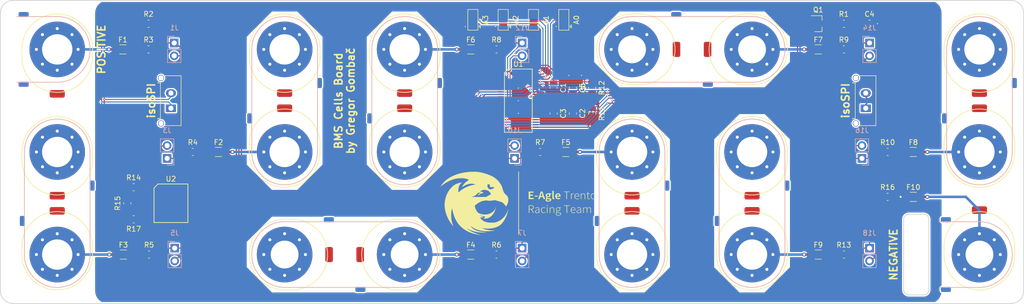
<source format=kicad_pcb>
(kicad_pcb (version 20171130) (host pcbnew "(5.0.0-rc2-dev-632-g76d3b6f04)")
  (layers (0 F.Cu signal) (31 B.Cu signal) (34 B.Paste user) (35 F.Paste user) (36 B.SilkS user) (37 F.SilkS user) (38 B.Mask user) (39 F.Mask user) (44 Edge.Cuts user))
  (net 0 "")
  (net 1 /V+)
  (net 2 /VRef1)
  (net 3 /VRef2)
  (net 4 "Net-(C4-Pad1)")
  (net 5 /Vreg)
  (net 6 "Net-(C6-Pad2)")
  (net 7 /0V)
  (net 8 "Net-(F1-Pad1)")
  (net 9 /CB9)
  (net 10 /CB8)
  (net 11 "Net-(F2-Pad1)")
  (net 12 "Net-(F3-Pad1)")
  (net 13 /CB7)
  (net 14 /CB6)
  (net 15 "Net-(F4-Pad1)")
  (net 16 "Net-(F5-Pad1)")
  (net 17 /CB5)
  (net 18 /CB4)
  (net 19 "Net-(F6-Pad1)")
  (net 20 "Net-(F7-Pad1)")
  (net 21 /CB3)
  (net 22 /CB2)
  (net 23 "Net-(F8-Pad1)")
  (net 24 "Net-(F9-Pad1)")
  (net 25 /CB1)
  (net 26 "Net-(F10-Pad1)")
  (net 27 /C9)
  (net 28 /S9)
  (net 29 /S8)
  (net 30 /C8)
  (net 31 /C7)
  (net 32 /S7)
  (net 33 /S6)
  (net 34 /C6)
  (net 35 /S5)
  (net 36 /S4)
  (net 37 /S3)
  (net 38 /S2)
  (net 39 /S1)
  (net 40 /C5)
  (net 41 /C4)
  (net 42 /C3)
  (net 43 /C2)
  (net 44 /C1)
  (net 45 "Net-(J21-Pad2)")
  (net 46 "Net-(J21-Pad1)")
  (net 47 /A3)
  (net 48 /A2)
  (net 49 /A1)
  (net 50 /A0)
  (net 51 /drive)
  (net 52 "Net-(R11-Pad1)")
  (net 53 "Net-(R12-Pad1)")
  (net 54 "Net-(R14-Pad1)")
  (net 55 /C0)
  (net 56 "Net-(R17-Pad1)")
  (net 57 "Net-(U1-Pad41)")
  (net 58 "Net-(U1-Pad42)")
  (module CellsBoard:SSOP-48 (layer F.Cu) (at 152.5 109.85 270)
    (fp_text reference U1 (at -7.25 0) (layer F.SilkS))
    (fp_text value LTC6804)
    (pad 48 smd rect (at -5.75 -3.375 270) (size 0.25 1.25) (layers F.Cu F.Paste F.Mask) (net 47 /A3))
    (pad 1 smd rect (at -5.75 3.375 270) (size 0.25 1.25) (layers F.Cu F.Paste F.Mask) (net 1 /V+))
    (pad 47 smd rect (at -5.25 -3.375 270) (size 0.25 1.25) (layers F.Cu F.Paste F.Mask) (net 48 /A2))
    (pad 2 smd rect (at -5.25 3.375 270) (size 0.25 1.25) (layers F.Cu F.Paste F.Mask) (net 27 /C9))
    (pad 46 smd rect (at -4.75 -3.375 270) (size 0.25 1.25) (layers F.Cu F.Paste F.Mask) (net 49 /A1))
    (pad 3 smd rect (at -4.75 3.375 270) (size 0.25 1.25) (layers F.Cu F.Paste F.Mask))
    (pad 45 smd rect (at -4.25 -3.375 270) (size 0.25 1.25) (layers F.Cu F.Paste F.Mask) (net 50 /A0))
    (pad 4 smd rect (at -4.25 3.375 270) (size 0.25 1.25) (layers F.Cu F.Paste F.Mask) (net 27 /C9))
    (pad 44 smd rect (at -3.75 -3.375 270) (size 0.25 1.25) (layers F.Cu F.Paste F.Mask) (net 53 "Net-(R12-Pad1)"))
    (pad 5 smd rect (at -3.75 3.375 270) (size 0.25 1.25) (layers F.Cu F.Paste F.Mask))
    (pad 43 smd rect (at -3.25 -3.375 270) (size 0.25 1.25) (layers F.Cu F.Paste F.Mask) (net 52 "Net-(R11-Pad1)"))
    (pad 6 smd rect (at -3.25 3.375 270) (size 0.25 1.25) (layers F.Cu F.Paste F.Mask) (net 27 /C9))
    (pad 42 smd rect (at -2.75 -3.375 270) (size 0.25 1.25) (layers F.Cu F.Paste F.Mask) (net 58 "Net-(U1-Pad42)"))
    (pad 7 smd rect (at -2.75 3.375 270) (size 0.25 1.25) (layers F.Cu F.Paste F.Mask) (net 28 /S9))
    (pad 41 smd rect (at -2.25 -3.375 270) (size 0.25 1.25) (layers F.Cu F.Paste F.Mask) (net 57 "Net-(U1-Pad41)"))
    (pad 8 smd rect (at -2.25 3.375 270) (size 0.25 1.25) (layers F.Cu F.Paste F.Mask) (net 30 /C8))
    (pad 40 smd rect (at -1.75 -3.375 270) (size 0.25 1.25) (layers F.Cu F.Paste F.Mask) (net 5 /Vreg))
    (pad 9 smd rect (at -1.75 3.375 270) (size 0.25 1.25) (layers F.Cu F.Paste F.Mask) (net 29 /S8))
    (pad 39 smd rect (at -1.25 -3.375 270) (size 0.25 1.25) (layers F.Cu F.Paste F.Mask))
    (pad 10 smd rect (at -1.25 3.375 270) (size 0.25 1.25) (layers F.Cu F.Paste F.Mask) (net 31 /C7))
    (pad 38 smd rect (at -0.75 -3.375 270) (size 0.25 1.25) (layers F.Cu F.Paste F.Mask) (net 51 /drive))
    (pad 11 smd rect (at -0.75 3.375 270) (size 0.25 1.25) (layers F.Cu F.Paste F.Mask) (net 32 /S7))
    (pad 37 smd rect (at -0.25 -3.375 270) (size 0.25 1.25) (layers F.Cu F.Paste F.Mask) (net 5 /Vreg))
    (pad 12 smd rect (at -0.25 3.375 270) (size 0.25 1.25) (layers F.Cu F.Paste F.Mask) (net 34 /C6))
    (pad 36 smd rect (at 0.25 -3.375 270) (size 0.25 1.25) (layers F.Cu F.Paste F.Mask) (net 7 /0V))
    (pad 13 smd rect (at 0.25 3.375 270) (size 0.25 1.25) (layers F.Cu F.Paste F.Mask) (net 33 /S6))
    (pad 35 smd rect (at 0.75 -3.375 270) (size 0.25 1.25) (layers F.Cu F.Paste F.Mask) (net 2 /VRef1))
    (pad 14 smd rect (at 0.75 3.375 270) (size 0.25 1.25) (layers F.Cu F.Paste F.Mask) (net 40 /C5))
    (pad 34 smd rect (at 1.25 -3.375 270) (size 0.25 1.25) (layers F.Cu F.Paste F.Mask) (net 3 /VRef2))
    (pad 15 smd rect (at 1.25 3.375 270) (size 0.25 1.25) (layers F.Cu F.Paste F.Mask))
    (pad 33 smd rect (at 1.75 -3.375 270) (size 0.25 1.25) (layers F.Cu F.Paste F.Mask))
    (pad 16 smd rect (at 1.75 3.375 270) (size 0.25 1.25) (layers F.Cu F.Paste F.Mask) (net 40 /C5))
    (pad 32 smd rect (at 2.25 -3.375 270) (size 0.25 1.25) (layers F.Cu F.Paste F.Mask))
    (pad 17 smd rect (at 2.25 3.375 270) (size 0.25 1.25) (layers F.Cu F.Paste F.Mask) (net 35 /S5))
    (pad 31 smd rect (at 2.75 -3.375 270) (size 0.25 1.25) (layers F.Cu F.Paste F.Mask) (net 7 /0V))
    (pad 18 smd rect (at 2.75 3.375 270) (size 0.25 1.25) (layers F.Cu F.Paste F.Mask) (net 41 /C4))
    (pad 30 smd rect (at 3.25 -3.375 270) (size 0.25 1.25) (layers F.Cu F.Paste F.Mask) (net 7 /0V))
    (pad 19 smd rect (at 3.25 3.375 270) (size 0.25 1.25) (layers F.Cu F.Paste F.Mask) (net 36 /S4))
    (pad 29 smd rect (at 3.75 -3.375 270) (size 0.25 1.25) (layers F.Cu F.Paste F.Mask))
    (pad 20 smd rect (at 3.75 3.375 270) (size 0.25 1.25) (layers F.Cu F.Paste F.Mask) (net 42 /C3))
    (pad 28 smd rect (at 4.25 -3.375 270) (size 0.25 1.25) (layers F.Cu F.Paste F.Mask))
    (pad 21 smd rect (at 4.25 3.375 270) (size 0.25 1.25) (layers F.Cu F.Paste F.Mask) (net 37 /S3))
    (pad 27 smd rect (at 4.75 -3.375 270) (size 0.25 1.25) (layers F.Cu F.Paste F.Mask))
    (pad 22 smd rect (at 4.75 3.375 270) (size 0.25 1.25) (layers F.Cu F.Paste F.Mask) (net 43 /C2))
    (pad 26 smd rect (at 5.25 -3.375 270) (size 0.25 1.25) (layers F.Cu F.Paste F.Mask) (net 55 /C0))
    (pad 23 smd rect (at 5.25 3.375 270) (size 0.25 1.25) (layers F.Cu F.Paste F.Mask) (net 38 /S2))
    (pad 25 smd rect (at 5.75 -3.375 270) (size 0.25 1.25) (layers F.Cu F.Paste F.Mask) (net 39 /S1))
    (pad 24 smd rect (at 5.75 3.375 270) (size 0.25 1.25) (layers F.Cu F.Paste F.Mask) (net 44 /C1))
  )
  (module CellsBoard:CellLong (layer F.Cu) (at 118.125 140.3)
    (fp_text reference J8 hide)
    (fp_text value Cell6 hide)
    (pad "" thru_hole circle (at -11.875 0) (size 11 11) (drill 5.5) (layers *.Cu *.Mask))
    (pad "" thru_hole circle (at -7.75 0) (size 0.9 0.9) (drill 0.6) (layers *.Cu *.Mask))
    (pad "" thru_hole circle (at -8.948185 2.926815) (size 0.9 0.9) (drill 0.6) (layers *.Cu *.Mask))
    (pad "" thru_hole circle (at -11.875 4.125) (size 0.9 0.9) (drill 0.6) (layers *.Cu *.Mask))
    (pad "" thru_hole circle (at -14.801815 2.926815) (size 0.9 0.9) (drill 0.6) (layers *.Cu *.Mask))
    (pad "" thru_hole circle (at -16 0) (size 0.9 0.9) (drill 0.6) (layers *.Cu *.Mask))
    (pad "" thru_hole circle (at -14.801815 -2.926815) (size 0.9 0.9) (drill 0.6) (layers *.Cu *.Mask))
    (pad "" thru_hole circle (at -11.875 -4.125) (size 0.9 0.9) (drill 0.6) (layers *.Cu *.Mask))
    (pad "" thru_hole circle (at -8.948185 -2.926815) (size 0.9 0.9) (drill 0.6) (layers *.Cu *.Mask))
    (pad 1 thru_hole circle (at 16 0) (size 0.9 0.9) (drill 0.6) (layers *.Cu *.Mask) (net 15 "Net-(F4-Pad1)"))
    (pad 1 thru_hole circle (at 7.75 0) (size 0.9 0.9) (drill 0.6) (layers *.Cu *.Mask) (net 15 "Net-(F4-Pad1)"))
    (pad 1 thru_hole circle (at 11.875 4.125) (size 0.9 0.9) (drill 0.6) (layers *.Cu *.Mask) (net 15 "Net-(F4-Pad1)"))
    (pad 1 thru_hole circle (at 8.948185 -2.926815) (size 0.9 0.9) (drill 0.6) (layers *.Cu *.Mask) (net 15 "Net-(F4-Pad1)"))
    (pad 1 thru_hole circle (at 14.801815 -2.926815) (size 0.9 0.9) (drill 0.6) (layers *.Cu *.Mask) (net 15 "Net-(F4-Pad1)"))
    (pad 1 thru_hole circle (at 14.801815 2.926815) (size 0.9 0.9) (drill 0.6) (layers *.Cu *.Mask) (net 15 "Net-(F4-Pad1)"))
    (pad 1 thru_hole circle (at 11.875 -4.125) (size 0.9 0.9) (drill 0.6) (layers *.Cu *.Mask) (net 15 "Net-(F4-Pad1)"))
    (pad 1 thru_hole circle (at 8.948185 2.926815) (size 0.9 0.9) (drill 0.6) (layers *.Cu *.Mask) (net 15 "Net-(F4-Pad1)"))
    (pad 1 thru_hole circle (at 11.875 0) (size 11 11) (drill 5.5) (layers *.Cu *.Mask) (net 15 "Net-(F4-Pad1)"))
    (pad "" smd roundrect (at -3.125 -6.9) (size 2 1) (layers B.Cu B.Mask))
    (pad "" smd roundrect (at 3.125 6.9) (size 2 1) (layers B.Cu B.Mask))
    (pad "" smd roundrect (at 3.075 0 90) (size 3 1.5) (layers F.Cu F.Mask))
    (pad "" smd roundrect (at -3.075 0 90) (size 3 1.5) (layers F.Cu F.Mask))
  )
  (module CellsBoard:CellLong (layer F.Cu) (at 186.875 99.7)
    (fp_text reference J15 hide)
    (fp_text value Cell3 hide)
    (pad "" thru_hole circle (at -11.875 0) (size 11 11) (drill 5.5) (layers *.Cu *.Mask))
    (pad "" thru_hole circle (at -7.75 0) (size 0.9 0.9) (drill 0.6) (layers *.Cu *.Mask))
    (pad "" thru_hole circle (at -8.948185 2.926815) (size 0.9 0.9) (drill 0.6) (layers *.Cu *.Mask))
    (pad "" thru_hole circle (at -11.875 4.125) (size 0.9 0.9) (drill 0.6) (layers *.Cu *.Mask))
    (pad "" thru_hole circle (at -14.801815 2.926815) (size 0.9 0.9) (drill 0.6) (layers *.Cu *.Mask))
    (pad "" thru_hole circle (at -16 0) (size 0.9 0.9) (drill 0.6) (layers *.Cu *.Mask))
    (pad "" thru_hole circle (at -14.801815 -2.926815) (size 0.9 0.9) (drill 0.6) (layers *.Cu *.Mask))
    (pad "" thru_hole circle (at -11.875 -4.125) (size 0.9 0.9) (drill 0.6) (layers *.Cu *.Mask))
    (pad "" thru_hole circle (at -8.948185 -2.926815) (size 0.9 0.9) (drill 0.6) (layers *.Cu *.Mask))
    (pad 1 thru_hole circle (at 16 0) (size 0.9 0.9) (drill 0.6) (layers *.Cu *.Mask) (net 20 "Net-(F7-Pad1)"))
    (pad 1 thru_hole circle (at 7.75 0) (size 0.9 0.9) (drill 0.6) (layers *.Cu *.Mask) (net 20 "Net-(F7-Pad1)"))
    (pad 1 thru_hole circle (at 11.875 4.125) (size 0.9 0.9) (drill 0.6) (layers *.Cu *.Mask) (net 20 "Net-(F7-Pad1)"))
    (pad 1 thru_hole circle (at 8.948185 -2.926815) (size 0.9 0.9) (drill 0.6) (layers *.Cu *.Mask) (net 20 "Net-(F7-Pad1)"))
    (pad 1 thru_hole circle (at 14.801815 -2.926815) (size 0.9 0.9) (drill 0.6) (layers *.Cu *.Mask) (net 20 "Net-(F7-Pad1)"))
    (pad 1 thru_hole circle (at 14.801815 2.926815) (size 0.9 0.9) (drill 0.6) (layers *.Cu *.Mask) (net 20 "Net-(F7-Pad1)"))
    (pad 1 thru_hole circle (at 11.875 -4.125) (size 0.9 0.9) (drill 0.6) (layers *.Cu *.Mask) (net 20 "Net-(F7-Pad1)"))
    (pad 1 thru_hole circle (at 8.948185 2.926815) (size 0.9 0.9) (drill 0.6) (layers *.Cu *.Mask) (net 20 "Net-(F7-Pad1)"))
    (pad 1 thru_hole circle (at 11.875 0) (size 11 11) (drill 5.5) (layers *.Cu *.Mask) (net 20 "Net-(F7-Pad1)"))
    (pad "" smd roundrect (at -3.125 -6.9) (size 2 1) (layers B.Cu B.Mask))
    (pad "" smd roundrect (at 3.125 6.9) (size 2 1) (layers B.Cu B.Mask))
    (pad "" smd roundrect (at 3.075 0 90) (size 3 1.5) (layers F.Cu F.Mask))
    (pad "" smd roundrect (at -3.075 0 90) (size 3 1.5) (layers F.Cu F.Mask))
  )
  (module CellsBoard:CellShort (layer F.Cu) (at 106.25 109.85 90)
    (fp_text reference J4 hide)
    (fp_text value Cell8 hide)
    (pad 1 thru_hole circle (at -10.15 0 90) (size 11 11) (drill 6) (layers *.Cu *.Mask) (net 11 "Net-(F2-Pad1)"))
    (pad 1 thru_hole circle (at -6.025 0 90) (size 0.9 0.9) (drill 0.6) (layers *.Cu *.Mask) (net 11 "Net-(F2-Pad1)"))
    (pad 1 thru_hole circle (at -7.223185 2.926815 90) (size 0.9 0.9) (drill 0.6) (layers *.Cu *.Mask) (net 11 "Net-(F2-Pad1)"))
    (pad 1 thru_hole circle (at -10.15 4.125 90) (size 0.9 0.9) (drill 0.6) (layers *.Cu *.Mask) (net 11 "Net-(F2-Pad1)"))
    (pad 1 thru_hole circle (at -13.076815 2.926815 90) (size 0.9 0.9) (drill 0.6) (layers *.Cu *.Mask) (net 11 "Net-(F2-Pad1)"))
    (pad 1 thru_hole circle (at -14.275 0 90) (size 0.9 0.9) (drill 0.6) (layers *.Cu *.Mask) (net 11 "Net-(F2-Pad1)"))
    (pad 1 thru_hole circle (at -13.076815 -2.926815 90) (size 0.9 0.9) (drill 0.6) (layers *.Cu *.Mask) (net 11 "Net-(F2-Pad1)"))
    (pad 1 thru_hole circle (at -10.15 -4.125 90) (size 0.9 0.9) (drill 0.6) (layers *.Cu *.Mask) (net 11 "Net-(F2-Pad1)"))
    (pad 1 thru_hole circle (at -7.223185 -2.926815 90) (size 0.9 0.9) (drill 0.6) (layers *.Cu *.Mask) (net 11 "Net-(F2-Pad1)"))
    (pad "" thru_hole circle (at 14.275 0 90) (size 0.9 0.9) (drill 0.6) (layers *.Cu *.Mask))
    (pad "" thru_hole circle (at 6.025 0 90) (size 0.9 0.9) (drill 0.6) (layers *.Cu *.Mask))
    (pad "" thru_hole circle (at 10.15 4.125 90) (size 0.9 0.9) (drill 0.6) (layers *.Cu *.Mask))
    (pad "" thru_hole circle (at 7.223185 -2.926815 90) (size 0.9 0.9) (drill 0.6) (layers *.Cu *.Mask))
    (pad "" thru_hole circle (at 13.076815 -2.926815 90) (size 0.9 0.9) (drill 0.6) (layers *.Cu *.Mask))
    (pad "" thru_hole circle (at 13.076815 2.926815 90) (size 0.9 0.9) (drill 0.6) (layers *.Cu *.Mask))
    (pad "" thru_hole circle (at 10.15 -4.125 90) (size 0.9 0.9) (drill 0.6) (layers *.Cu *.Mask))
    (pad "" thru_hole circle (at 7.223185 2.926815 90) (size 0.9 0.9) (drill 0.6) (layers *.Cu *.Mask))
    (pad "" thru_hole circle (at 10.15 0 90) (size 11 11) (drill 6) (layers *.Cu *.Mask))
    (pad "" smd roundrect (at -3.5 -6.9 90) (size 2 1) (layers B.Cu B.Mask))
    (pad "" smd roundrect (at 3.5 6.9 90) (size 2 1) (layers B.Cu B.Mask))
    (pad "" smd roundrect (at 1.5 0 180) (size 3 1.5) (layers F.Cu F.Mask))
    (pad "" smd roundrect (at -1.5 0 180) (size 3 1.5) (layers F.Cu F.Mask))
  )
  (module CellsBoard:CellShort (layer F.Cu) (at 61.25 130.15 90)
    (fp_text reference J6 hide)
    (fp_text value Cell7 hide)
    (pad 1 thru_hole circle (at -10.15 0 90) (size 11 11) (drill 6) (layers *.Cu *.Mask) (net 12 "Net-(F3-Pad1)"))
    (pad 1 thru_hole circle (at -6.025 0 90) (size 0.9 0.9) (drill 0.6) (layers *.Cu *.Mask) (net 12 "Net-(F3-Pad1)"))
    (pad 1 thru_hole circle (at -7.223185 2.926815 90) (size 0.9 0.9) (drill 0.6) (layers *.Cu *.Mask) (net 12 "Net-(F3-Pad1)"))
    (pad 1 thru_hole circle (at -10.15 4.125 90) (size 0.9 0.9) (drill 0.6) (layers *.Cu *.Mask) (net 12 "Net-(F3-Pad1)"))
    (pad 1 thru_hole circle (at -13.076815 2.926815 90) (size 0.9 0.9) (drill 0.6) (layers *.Cu *.Mask) (net 12 "Net-(F3-Pad1)"))
    (pad 1 thru_hole circle (at -14.275 0 90) (size 0.9 0.9) (drill 0.6) (layers *.Cu *.Mask) (net 12 "Net-(F3-Pad1)"))
    (pad 1 thru_hole circle (at -13.076815 -2.926815 90) (size 0.9 0.9) (drill 0.6) (layers *.Cu *.Mask) (net 12 "Net-(F3-Pad1)"))
    (pad 1 thru_hole circle (at -10.15 -4.125 90) (size 0.9 0.9) (drill 0.6) (layers *.Cu *.Mask) (net 12 "Net-(F3-Pad1)"))
    (pad 1 thru_hole circle (at -7.223185 -2.926815 90) (size 0.9 0.9) (drill 0.6) (layers *.Cu *.Mask) (net 12 "Net-(F3-Pad1)"))
    (pad "" thru_hole circle (at 14.275 0 90) (size 0.9 0.9) (drill 0.6) (layers *.Cu *.Mask))
    (pad "" thru_hole circle (at 6.025 0 90) (size 0.9 0.9) (drill 0.6) (layers *.Cu *.Mask))
    (pad "" thru_hole circle (at 10.15 4.125 90) (size 0.9 0.9) (drill 0.6) (layers *.Cu *.Mask))
    (pad "" thru_hole circle (at 7.223185 -2.926815 90) (size 0.9 0.9) (drill 0.6) (layers *.Cu *.Mask))
    (pad "" thru_hole circle (at 13.076815 -2.926815 90) (size 0.9 0.9) (drill 0.6) (layers *.Cu *.Mask))
    (pad "" thru_hole circle (at 13.076815 2.926815 90) (size 0.9 0.9) (drill 0.6) (layers *.Cu *.Mask))
    (pad "" thru_hole circle (at 10.15 -4.125 90) (size 0.9 0.9) (drill 0.6) (layers *.Cu *.Mask))
    (pad "" thru_hole circle (at 7.223185 2.926815 90) (size 0.9 0.9) (drill 0.6) (layers *.Cu *.Mask))
    (pad "" thru_hole circle (at 10.15 0 90) (size 11 11) (drill 6) (layers *.Cu *.Mask))
    (pad "" smd roundrect (at -3.5 -6.9 90) (size 2 1) (layers B.Cu B.Mask))
    (pad "" smd roundrect (at 3.5 6.9 90) (size 2 1) (layers B.Cu B.Mask))
    (pad "" smd roundrect (at 1.5 0 180) (size 3 1.5) (layers F.Cu F.Mask))
    (pad "" smd roundrect (at -1.5 0 180) (size 3 1.5) (layers F.Cu F.Mask))
  )
  (module CellsBoard:CellShort (layer F.Cu) (at 175 130.15 270)
    (fp_text reference J11 hide)
    (fp_text value Cell5 hide)
    (pad 1 thru_hole circle (at -10.15 0 270) (size 11 11) (drill 6) (layers *.Cu *.Mask) (net 16 "Net-(F5-Pad1)"))
    (pad 1 thru_hole circle (at -6.025 0 270) (size 0.9 0.9) (drill 0.6) (layers *.Cu *.Mask) (net 16 "Net-(F5-Pad1)"))
    (pad 1 thru_hole circle (at -7.223185 2.926815 270) (size 0.9 0.9) (drill 0.6) (layers *.Cu *.Mask) (net 16 "Net-(F5-Pad1)"))
    (pad 1 thru_hole circle (at -10.15 4.125 270) (size 0.9 0.9) (drill 0.6) (layers *.Cu *.Mask) (net 16 "Net-(F5-Pad1)"))
    (pad 1 thru_hole circle (at -13.076815 2.926815 270) (size 0.9 0.9) (drill 0.6) (layers *.Cu *.Mask) (net 16 "Net-(F5-Pad1)"))
    (pad 1 thru_hole circle (at -14.275 0 270) (size 0.9 0.9) (drill 0.6) (layers *.Cu *.Mask) (net 16 "Net-(F5-Pad1)"))
    (pad 1 thru_hole circle (at -13.076815 -2.926815 270) (size 0.9 0.9) (drill 0.6) (layers *.Cu *.Mask) (net 16 "Net-(F5-Pad1)"))
    (pad 1 thru_hole circle (at -10.15 -4.125 270) (size 0.9 0.9) (drill 0.6) (layers *.Cu *.Mask) (net 16 "Net-(F5-Pad1)"))
    (pad 1 thru_hole circle (at -7.223185 -2.926815 270) (size 0.9 0.9) (drill 0.6) (layers *.Cu *.Mask) (net 16 "Net-(F5-Pad1)"))
    (pad "" thru_hole circle (at 14.275 0 270) (size 0.9 0.9) (drill 0.6) (layers *.Cu *.Mask))
    (pad "" thru_hole circle (at 6.025 0 270) (size 0.9 0.9) (drill 0.6) (layers *.Cu *.Mask))
    (pad "" thru_hole circle (at 10.15 4.125 270) (size 0.9 0.9) (drill 0.6) (layers *.Cu *.Mask))
    (pad "" thru_hole circle (at 7.223185 -2.926815 270) (size 0.9 0.9) (drill 0.6) (layers *.Cu *.Mask))
    (pad "" thru_hole circle (at 13.076815 -2.926815 270) (size 0.9 0.9) (drill 0.6) (layers *.Cu *.Mask))
    (pad "" thru_hole circle (at 13.076815 2.926815 270) (size 0.9 0.9) (drill 0.6) (layers *.Cu *.Mask))
    (pad "" thru_hole circle (at 10.15 -4.125 270) (size 0.9 0.9) (drill 0.6) (layers *.Cu *.Mask))
    (pad "" thru_hole circle (at 7.223185 2.926815 270) (size 0.9 0.9) (drill 0.6) (layers *.Cu *.Mask))
    (pad "" thru_hole circle (at 10.15 0 270) (size 11 11) (drill 6) (layers *.Cu *.Mask))
    (pad "" smd roundrect (at -3.5 -6.9 270) (size 2 1) (layers B.Cu B.Mask))
    (pad "" smd roundrect (at 3.5 6.9 270) (size 2 1) (layers B.Cu B.Mask))
    (pad "" smd roundrect (at 1.5 0) (size 3 1.5) (layers F.Cu F.Mask))
    (pad "" smd roundrect (at -1.5 0) (size 3 1.5) (layers F.Cu F.Mask))
  )
  (module CellsBoard:CellShort (layer F.Cu) (at 130 109.85 270)
    (fp_text reference J13 hide)
    (fp_text value Cell4 hide)
    (pad 1 thru_hole circle (at -10.15 0 270) (size 11 11) (drill 6) (layers *.Cu *.Mask) (net 19 "Net-(F6-Pad1)"))
    (pad 1 thru_hole circle (at -6.025 0 270) (size 0.9 0.9) (drill 0.6) (layers *.Cu *.Mask) (net 19 "Net-(F6-Pad1)"))
    (pad 1 thru_hole circle (at -7.223185 2.926815 270) (size 0.9 0.9) (drill 0.6) (layers *.Cu *.Mask) (net 19 "Net-(F6-Pad1)"))
    (pad 1 thru_hole circle (at -10.15 4.125 270) (size 0.9 0.9) (drill 0.6) (layers *.Cu *.Mask) (net 19 "Net-(F6-Pad1)"))
    (pad 1 thru_hole circle (at -13.076815 2.926815 270) (size 0.9 0.9) (drill 0.6) (layers *.Cu *.Mask) (net 19 "Net-(F6-Pad1)"))
    (pad 1 thru_hole circle (at -14.275 0 270) (size 0.9 0.9) (drill 0.6) (layers *.Cu *.Mask) (net 19 "Net-(F6-Pad1)"))
    (pad 1 thru_hole circle (at -13.076815 -2.926815 270) (size 0.9 0.9) (drill 0.6) (layers *.Cu *.Mask) (net 19 "Net-(F6-Pad1)"))
    (pad 1 thru_hole circle (at -10.15 -4.125 270) (size 0.9 0.9) (drill 0.6) (layers *.Cu *.Mask) (net 19 "Net-(F6-Pad1)"))
    (pad 1 thru_hole circle (at -7.223185 -2.926815 270) (size 0.9 0.9) (drill 0.6) (layers *.Cu *.Mask) (net 19 "Net-(F6-Pad1)"))
    (pad "" thru_hole circle (at 14.275 0 270) (size 0.9 0.9) (drill 0.6) (layers *.Cu *.Mask))
    (pad "" thru_hole circle (at 6.025 0 270) (size 0.9 0.9) (drill 0.6) (layers *.Cu *.Mask))
    (pad "" thru_hole circle (at 10.15 4.125 270) (size 0.9 0.9) (drill 0.6) (layers *.Cu *.Mask))
    (pad "" thru_hole circle (at 7.223185 -2.926815 270) (size 0.9 0.9) (drill 0.6) (layers *.Cu *.Mask))
    (pad "" thru_hole circle (at 13.076815 -2.926815 270) (size 0.9 0.9) (drill 0.6) (layers *.Cu *.Mask))
    (pad "" thru_hole circle (at 13.076815 2.926815 270) (size 0.9 0.9) (drill 0.6) (layers *.Cu *.Mask))
    (pad "" thru_hole circle (at 10.15 -4.125 270) (size 0.9 0.9) (drill 0.6) (layers *.Cu *.Mask))
    (pad "" thru_hole circle (at 7.223185 2.926815 270) (size 0.9 0.9) (drill 0.6) (layers *.Cu *.Mask))
    (pad "" thru_hole circle (at 10.15 0 270) (size 11 11) (drill 6) (layers *.Cu *.Mask))
    (pad "" smd roundrect (at -3.5 -6.9 270) (size 2 1) (layers B.Cu B.Mask))
    (pad "" smd roundrect (at 3.5 6.9 270) (size 2 1) (layers B.Cu B.Mask))
    (pad "" smd roundrect (at 1.5 0) (size 3 1.5) (layers F.Cu F.Mask))
    (pad "" smd roundrect (at -1.5 0) (size 3 1.5) (layers F.Cu F.Mask))
  )
  (module CellsBoard:CellShort (layer F.Cu) (at 243.75 109.85 90)
    (fp_text reference J17 hide)
    (fp_text value Cell2 hide)
    (pad 1 thru_hole circle (at -10.15 0 90) (size 11 11) (drill 6) (layers *.Cu *.Mask) (net 23 "Net-(F8-Pad1)"))
    (pad 1 thru_hole circle (at -6.025 0 90) (size 0.9 0.9) (drill 0.6) (layers *.Cu *.Mask) (net 23 "Net-(F8-Pad1)"))
    (pad 1 thru_hole circle (at -7.223185 2.926815 90) (size 0.9 0.9) (drill 0.6) (layers *.Cu *.Mask) (net 23 "Net-(F8-Pad1)"))
    (pad 1 thru_hole circle (at -10.15 4.125 90) (size 0.9 0.9) (drill 0.6) (layers *.Cu *.Mask) (net 23 "Net-(F8-Pad1)"))
    (pad 1 thru_hole circle (at -13.076815 2.926815 90) (size 0.9 0.9) (drill 0.6) (layers *.Cu *.Mask) (net 23 "Net-(F8-Pad1)"))
    (pad 1 thru_hole circle (at -14.275 0 90) (size 0.9 0.9) (drill 0.6) (layers *.Cu *.Mask) (net 23 "Net-(F8-Pad1)"))
    (pad 1 thru_hole circle (at -13.076815 -2.926815 90) (size 0.9 0.9) (drill 0.6) (layers *.Cu *.Mask) (net 23 "Net-(F8-Pad1)"))
    (pad 1 thru_hole circle (at -10.15 -4.125 90) (size 0.9 0.9) (drill 0.6) (layers *.Cu *.Mask) (net 23 "Net-(F8-Pad1)"))
    (pad 1 thru_hole circle (at -7.223185 -2.926815 90) (size 0.9 0.9) (drill 0.6) (layers *.Cu *.Mask) (net 23 "Net-(F8-Pad1)"))
    (pad "" thru_hole circle (at 14.275 0 90) (size 0.9 0.9) (drill 0.6) (layers *.Cu *.Mask))
    (pad "" thru_hole circle (at 6.025 0 90) (size 0.9 0.9) (drill 0.6) (layers *.Cu *.Mask))
    (pad "" thru_hole circle (at 10.15 4.125 90) (size 0.9 0.9) (drill 0.6) (layers *.Cu *.Mask))
    (pad "" thru_hole circle (at 7.223185 -2.926815 90) (size 0.9 0.9) (drill 0.6) (layers *.Cu *.Mask))
    (pad "" thru_hole circle (at 13.076815 -2.926815 90) (size 0.9 0.9) (drill 0.6) (layers *.Cu *.Mask))
    (pad "" thru_hole circle (at 13.076815 2.926815 90) (size 0.9 0.9) (drill 0.6) (layers *.Cu *.Mask))
    (pad "" thru_hole circle (at 10.15 -4.125 90) (size 0.9 0.9) (drill 0.6) (layers *.Cu *.Mask))
    (pad "" thru_hole circle (at 7.223185 2.926815 90) (size 0.9 0.9) (drill 0.6) (layers *.Cu *.Mask))
    (pad "" thru_hole circle (at 10.15 0 90) (size 11 11) (drill 6) (layers *.Cu *.Mask))
    (pad "" smd roundrect (at -3.5 -6.9 90) (size 2 1) (layers B.Cu B.Mask))
    (pad "" smd roundrect (at 3.5 6.9 90) (size 2 1) (layers B.Cu B.Mask))
    (pad "" smd roundrect (at 1.5 0 180) (size 3 1.5) (layers F.Cu F.Mask))
    (pad "" smd roundrect (at -1.5 0 180) (size 3 1.5) (layers F.Cu F.Mask))
  )
  (module CellsBoard:CellShort (layer F.Cu) (at 198.75 130.15 90)
    (fp_text reference J19 hide)
    (fp_text value Cell1 hide)
    (pad 1 thru_hole circle (at -10.15 0 90) (size 11 11) (drill 6) (layers *.Cu *.Mask) (net 24 "Net-(F9-Pad1)"))
    (pad 1 thru_hole circle (at -6.025 0 90) (size 0.9 0.9) (drill 0.6) (layers *.Cu *.Mask) (net 24 "Net-(F9-Pad1)"))
    (pad 1 thru_hole circle (at -7.223185 2.926815 90) (size 0.9 0.9) (drill 0.6) (layers *.Cu *.Mask) (net 24 "Net-(F9-Pad1)"))
    (pad 1 thru_hole circle (at -10.15 4.125 90) (size 0.9 0.9) (drill 0.6) (layers *.Cu *.Mask) (net 24 "Net-(F9-Pad1)"))
    (pad 1 thru_hole circle (at -13.076815 2.926815 90) (size 0.9 0.9) (drill 0.6) (layers *.Cu *.Mask) (net 24 "Net-(F9-Pad1)"))
    (pad 1 thru_hole circle (at -14.275 0 90) (size 0.9 0.9) (drill 0.6) (layers *.Cu *.Mask) (net 24 "Net-(F9-Pad1)"))
    (pad 1 thru_hole circle (at -13.076815 -2.926815 90) (size 0.9 0.9) (drill 0.6) (layers *.Cu *.Mask) (net 24 "Net-(F9-Pad1)"))
    (pad 1 thru_hole circle (at -10.15 -4.125 90) (size 0.9 0.9) (drill 0.6) (layers *.Cu *.Mask) (net 24 "Net-(F9-Pad1)"))
    (pad 1 thru_hole circle (at -7.223185 -2.926815 90) (size 0.9 0.9) (drill 0.6) (layers *.Cu *.Mask) (net 24 "Net-(F9-Pad1)"))
    (pad "" thru_hole circle (at 14.275 0 90) (size 0.9 0.9) (drill 0.6) (layers *.Cu *.Mask))
    (pad "" thru_hole circle (at 6.025 0 90) (size 0.9 0.9) (drill 0.6) (layers *.Cu *.Mask))
    (pad "" thru_hole circle (at 10.15 4.125 90) (size 0.9 0.9) (drill 0.6) (layers *.Cu *.Mask))
    (pad "" thru_hole circle (at 7.223185 -2.926815 90) (size 0.9 0.9) (drill 0.6) (layers *.Cu *.Mask))
    (pad "" thru_hole circle (at 13.076815 -2.926815 90) (size 0.9 0.9) (drill 0.6) (layers *.Cu *.Mask))
    (pad "" thru_hole circle (at 13.076815 2.926815 90) (size 0.9 0.9) (drill 0.6) (layers *.Cu *.Mask))
    (pad "" thru_hole circle (at 10.15 -4.125 90) (size 0.9 0.9) (drill 0.6) (layers *.Cu *.Mask))
    (pad "" thru_hole circle (at 7.223185 2.926815 90) (size 0.9 0.9) (drill 0.6) (layers *.Cu *.Mask))
    (pad "" thru_hole circle (at 10.15 0 90) (size 11 11) (drill 6) (layers *.Cu *.Mask))
    (pad "" smd roundrect (at -3.5 -6.9 90) (size 2 1) (layers B.Cu B.Mask))
    (pad "" smd roundrect (at 3.5 6.9 90) (size 2 1) (layers B.Cu B.Mask))
    (pad "" smd roundrect (at 1.5 0 180) (size 3 1.5) (layers F.Cu F.Mask))
    (pad "" smd roundrect (at -1.5 0 180) (size 3 1.5) (layers F.Cu F.Mask))
  )
  (module CellsBoard:CellEndS (layer F.Cu) (at 61.25 99.7 90)
    (fp_text reference J2 hide)
    (fp_text value Cell9 hide)
    (pad "" smd roundrect (at -8.8 0 180) (size 3 1.5) (layers F.Cu F.Mask))
    (pad "" smd roundrect (at -6.9 -6.65 180) (size 2 1) (layers B.Cu B.Mask))
    (pad "" smd roundrect (at 6.9 -6.65 180) (size 2 1) (layers B.Cu B.Mask))
    (pad 1 thru_hole circle (at 2.926815 -2.926815 90) (size 0.9 0.9) (drill 0.6) (layers *.Cu *.Mask) (net 8 "Net-(F1-Pad1)"))
    (pad 1 thru_hole circle (at 0 -4.125 90) (size 0.9 0.9) (drill 0.6) (layers *.Cu *.Mask) (net 8 "Net-(F1-Pad1)"))
    (pad 1 thru_hole circle (at -2.926815 -2.926815 90) (size 0.9 0.9) (drill 0.6) (layers *.Cu *.Mask) (net 8 "Net-(F1-Pad1)"))
    (pad 1 thru_hole circle (at -4.125 0 90) (size 0.9 0.9) (drill 0.6) (layers *.Cu *.Mask) (net 8 "Net-(F1-Pad1)"))
    (pad 1 thru_hole circle (at -2.926815 2.926815 90) (size 0.9 0.9) (drill 0.6) (layers *.Cu *.Mask) (net 8 "Net-(F1-Pad1)"))
    (pad 1 thru_hole circle (at 0 4.125 90) (size 0.9 0.9) (drill 0.6) (layers *.Cu *.Mask) (net 8 "Net-(F1-Pad1)"))
    (pad 1 thru_hole circle (at 2.926815 2.926815 90) (size 0.9 0.9) (drill 0.6) (layers *.Cu *.Mask) (net 8 "Net-(F1-Pad1)"))
    (pad 1 thru_hole circle (at 4.125 0 90) (size 0.9 0.9) (drill 0.6) (layers *.Cu *.Mask) (net 8 "Net-(F1-Pad1)"))
    (pad 1 thru_hole circle (at 0 0 90) (size 11 11) (drill 6) (layers *.Cu *.Mask) (net 8 "Net-(F1-Pad1)"))
  )
  (module CellsBoard:Molex_Micro-Fit_3.0_43650-0215_1x02_P3.00mm_Vertical (layer F.Cu) (at 83.75 111.35 90)
    (fp_text reference J21 hide)
    (fp_text value isoSPI)
    (pad 2 thru_hole oval (at 3 0 90) (size 1.5 2) (drill 1) (layers *.Cu *.Mask) (net 45 "Net-(J21-Pad2)"))
    (pad 1 thru_hole rect (at 0 0 90) (size 1.5 2) (drill 1) (layers *.Cu *.Mask) (net 46 "Net-(J21-Pad1)"))
    (pad "" thru_hole circle (at 6 -1.96 90) (size 1.2 1.2) (drill 1) (layers *.Cu *.Mask))
    (pad "" thru_hole circle (at -3 -1.96 90) (size 1.2 1.2) (drill 1) (layers *.Cu *.Mask))
  )
  (module CellsBoard:Molex_Micro-Fit_3.0_43650-0215_1x02_P3.00mm_Vertical (layer F.Cu) (at 221.25 111.35 90)
    (fp_text reference J22 hide)
    (fp_text value isoSPI)
    (pad 2 thru_hole oval (at 3 0 90) (size 1.5 2) (drill 1) (layers *.Cu *.Mask) (net 45 "Net-(J21-Pad2)"))
    (pad 1 thru_hole rect (at 0 0 90) (size 1.5 2) (drill 1) (layers *.Cu *.Mask) (net 46 "Net-(J21-Pad1)"))
    (pad "" thru_hole circle (at 6 -1.96 90) (size 1.2 1.2) (drill 1) (layers *.Cu *.Mask))
    (pad "" thru_hole circle (at -3 -1.96 90) (size 1.2 1.2) (drill 1) (layers *.Cu *.Mask))
  )
  (module CellsBoard:logo (layer F.Cu) (at 152.5 130.15)
    (fp_text reference G*** hide)
    (fp_text value LOGO hide)
  )
  (module CellsBoard:CellEndD (layer F.Cu) (at 243.75 140.3 90)
    (fp_text reference J20 hide)
    (fp_text value Cell0 hide)
    (pad 1 thru_hole circle (at 0 0 90) (size 11 11) (drill 5.5) (layers *.Cu *.Mask) (net 26 "Net-(F10-Pad1)"))
    (pad 1 thru_hole circle (at 4.125 0 90) (size 0.9 0.9) (drill 0.6) (layers *.Cu *.Mask) (net 26 "Net-(F10-Pad1)"))
    (pad 1 thru_hole circle (at 2.926815 2.926815 90) (size 0.9 0.9) (drill 0.6) (layers *.Cu *.Mask) (net 26 "Net-(F10-Pad1)"))
    (pad 1 thru_hole circle (at 0 4.125 90) (size 0.9 0.9) (drill 0.6) (layers *.Cu *.Mask) (net 26 "Net-(F10-Pad1)"))
    (pad 1 thru_hole circle (at -2.926815 2.926815 90) (size 0.9 0.9) (drill 0.6) (layers *.Cu *.Mask) (net 26 "Net-(F10-Pad1)"))
    (pad 1 thru_hole circle (at -4.125 0 90) (size 0.9 0.9) (drill 0.6) (layers *.Cu *.Mask) (net 26 "Net-(F10-Pad1)"))
    (pad 1 thru_hole circle (at -2.926815 -2.926815 90) (size 0.9 0.9) (drill 0.6) (layers *.Cu *.Mask) (net 26 "Net-(F10-Pad1)"))
    (pad 1 thru_hole circle (at 0 -4.125 90) (size 0.9 0.9) (drill 0.6) (layers *.Cu *.Mask) (net 26 "Net-(F10-Pad1)"))
    (pad 1 thru_hole circle (at 2.926815 -2.926815 90) (size 0.9 0.9) (drill 0.6) (layers *.Cu *.Mask) (net 26 "Net-(F10-Pad1)"))
    (pad "" smd roundrect (at 6.9 -6.65 180) (size 2 1) (layers B.Cu B.Mask))
    (pad "" smd roundrect (at -6.9 -6.65 180) (size 2 1) (layers B.Cu B.Mask))
    (pad "" smd roundrect (at 8.8 0 180) (size 3 1.5) (layers F.Cu F.Mask))
  )
  (module CellsBoard:HM2103 (layer F.Cu) (at 83.75 130.15 270)
    (fp_text reference U2 (at -4.815 0) (layer F.SilkS))
    (fp_text value HM2103)
    (pad 6 smd rect (at -2.54 -4.2 270) (size 0.75 1.3) (layers F.Cu F.Paste F.Mask) (net 58 "Net-(U1-Pad42)"))
    (pad 1 smd rect (at -2.54 4.2 270) (size 0.75 1.3) (layers F.Cu F.Paste F.Mask) (net 54 "Net-(R14-Pad1)"))
    (pad 5 smd rect (at 0 -4.2 270) (size 0.75 1.3) (layers F.Cu F.Paste F.Mask) (net 6 "Net-(C6-Pad2)"))
    (pad 2 smd rect (at 0 4.2 270) (size 0.75 1.3) (layers F.Cu F.Paste F.Mask))
    (pad 4 smd rect (at 2.54 -4.2 270) (size 0.75 1.3) (layers F.Cu F.Paste F.Mask) (net 57 "Net-(U1-Pad41)"))
    (pad 3 smd rect (at 2.54 4.2 270) (size 0.75 1.3) (layers F.Cu F.Paste F.Mask) (net 56 "Net-(R17-Pad1)"))
  )
  (module Connector_PinSocket_2.54mm:PinSocket_1x02_P2.54mm_Vertical (layer B.Cu) (at 84.4 98.43 180)
    (fp_text reference J1 (at 0 3 180) (layer B.SilkS) (effects (justify mirror)))
    (fp_text value Temp9 hide)
    (pad 2 thru_hole oval (at 0 -2.54 180) (size 1.7 1.7) (drill 1) (layers *.Cu *.Mask) (net 28 /S9))
    (pad 1 thru_hole rect (at 0 0 180) (size 1.7 1.7) (drill 1) (layers *.Cu *.Mask) (net 27 /C9))
  )
  (module Connector_PinSocket_2.54mm:PinSocket_1x02_P2.54mm_Vertical (layer B.Cu) (at 83 121.27)
    (fp_text reference J3 (at 0 -5.54) (layer B.SilkS) (effects (justify mirror)))
    (fp_text value Temp8 hide)
    (pad 1 thru_hole rect (at 0 0) (size 1.7 1.7) (drill 1) (layers *.Cu *.Mask) (net 30 /C8))
    (pad 2 thru_hole oval (at 0 -2.54) (size 1.7 1.7) (drill 1) (layers *.Cu *.Mask) (net 29 /S8))
  )
  (module Connector_PinSocket_2.54mm:PinSocket_1x02_P2.54mm_Vertical (layer B.Cu) (at 84.5 139.03 180)
    (fp_text reference J5 (at 0 3 180) (layer B.SilkS) (effects (justify mirror)))
    (fp_text value Temp7 hide)
    (pad 2 thru_hole oval (at 0 -2.54 180) (size 1.7 1.7) (drill 1) (layers *.Cu *.Mask) (net 32 /S7))
    (pad 1 thru_hole rect (at 0 0 180) (size 1.7 1.7) (drill 1) (layers *.Cu *.Mask) (net 31 /C7))
  )
  (module Connector_PinSocket_2.54mm:PinSocket_1x02_P2.54mm_Vertical (layer B.Cu) (at 153.25 139.03 180)
    (fp_text reference J7 (at 0 3 180) (layer B.SilkS) (effects (justify mirror)))
    (fp_text value Temp6 hide)
    (pad 2 thru_hole oval (at 0 -2.54 180) (size 1.7 1.7) (drill 1) (layers *.Cu *.Mask) (net 33 /S6))
    (pad 1 thru_hole rect (at 0 0 180) (size 1.7 1.7) (drill 1) (layers *.Cu *.Mask) (net 34 /C6))
  )
  (module Connector_PinSocket_2.54mm:PinSocket_1x02_P2.54mm_Vertical (layer B.Cu) (at 151.75 121.27)
    (fp_text reference J10 (at 0 -5.54) (layer B.SilkS) (effects (justify mirror)))
    (fp_text value Temp5 hide)
    (pad 2 thru_hole oval (at 0 -2.54) (size 1.7 1.7) (drill 1) (layers *.Cu *.Mask) (net 35 /S5))
    (pad 1 thru_hole rect (at 0 0) (size 1.7 1.7) (drill 1) (layers *.Cu *.Mask) (net 40 /C5))
  )
  (module Connector_PinSocket_2.54mm:PinSocket_1x02_P2.54mm_Vertical (layer B.Cu) (at 153.25 98.43 180)
    (fp_text reference J12 (at 0 3 180) (layer B.SilkS) (effects (justify mirror)))
    (fp_text value Temp4 hide)
    (pad 2 thru_hole oval (at 0 -2.54 180) (size 1.7 1.7) (drill 1) (layers *.Cu *.Mask) (net 36 /S4))
    (pad 1 thru_hole rect (at 0 0 180) (size 1.7 1.7) (drill 1) (layers *.Cu *.Mask) (net 41 /C4))
  )
  (module Connector_PinSocket_2.54mm:PinSocket_1x02_P2.54mm_Vertical (layer B.Cu) (at 222 98.43 180)
    (fp_text reference J14 (at 0 3 180) (layer B.SilkS) (effects (justify mirror)))
    (fp_text value Temp3 hide)
    (pad 2 thru_hole oval (at 0 -2.54 180) (size 1.7 1.7) (drill 1) (layers *.Cu *.Mask) (net 37 /S3))
    (pad 1 thru_hole rect (at 0 0 180) (size 1.7 1.7) (drill 1) (layers *.Cu *.Mask) (net 42 /C3))
  )
  (module Connector_PinSocket_2.54mm:PinSocket_1x02_P2.54mm_Vertical (layer B.Cu) (at 220.5 121.27)
    (fp_text reference J16 (at 0 -5.54) (layer B.SilkS) (effects (justify mirror)))
    (fp_text value Temp2 hide)
    (pad 2 thru_hole oval (at 0 -2.54) (size 1.7 1.7) (drill 1) (layers *.Cu *.Mask) (net 38 /S2))
    (pad 1 thru_hole rect (at 0 0) (size 1.7 1.7) (drill 1) (layers *.Cu *.Mask) (net 43 /C2))
  )
  (module Connector_PinSocket_2.54mm:PinSocket_1x02_P2.54mm_Vertical (layer B.Cu) (at 222 139.03 180)
    (fp_text reference J18 (at 0 3 180) (layer B.SilkS) (effects (justify mirror)))
    (fp_text value Temp1 hide)
    (pad 1 thru_hole rect (at 0 0 180) (size 1.7 1.7) (drill 1) (layers *.Cu *.Mask) (net 44 /C1))
    (pad 2 thru_hole oval (at 0 -2.54 180) (size 1.7 1.7) (drill 1) (layers *.Cu *.Mask) (net 39 /S1))
  )
  (module Capacitor_SMD:C_0805_2012Metric (layer F.Cu) (at 159.485 107.31 270)
    (fp_text reference C1 (at 0 -1.905 270) (layer F.SilkS))
    (fp_text value 100n)
    (pad 1 smd rect (at -0.955 0 270) (size 0.97 1.5) (layers F.Cu F.Paste F.Mask) (net 1 /V+))
    (pad 2 smd rect (at 0.955 0 270) (size 0.97 1.5) (layers F.Cu F.Paste F.Mask) (net 7 /0V))
  )
  (module Capacitor_SMD:C_0805_2012Metric (layer F.Cu) (at 163.295 112.39 270)
    (fp_text reference C2 (at 0 -1.905 270) (layer F.SilkS))
    (fp_text value 1u)
    (pad 2 smd rect (at 0.955 0 270) (size 0.97 1.5) (layers F.Cu F.Paste F.Mask) (net 7 /0V))
    (pad 1 smd rect (at -0.955 0 270) (size 0.97 1.5) (layers F.Cu F.Paste F.Mask) (net 2 /VRef1))
  )
  (module Capacitor_SMD:C_0805_2012Metric (layer F.Cu) (at 159.485 112.39 270)
    (fp_text reference C3 (at 0 -1.905 270) (layer F.SilkS))
    (fp_text value 1u)
    (pad 1 smd rect (at -0.955 0 270) (size 0.97 1.5) (layers F.Cu F.Paste F.Mask) (net 3 /VRef2))
    (pad 2 smd rect (at 0.955 0 270) (size 0.97 1.5) (layers F.Cu F.Paste F.Mask) (net 7 /0V))
  )
  (module Capacitor_SMD:C_0805_2012Metric (layer F.Cu) (at 222 94.62)
    (fp_text reference C4 (at 0 -1.905) (layer F.SilkS))
    (fp_text value 100n)
    (pad 1 smd rect (at -0.955 0) (size 0.97 1.5) (layers F.Cu F.Paste F.Mask) (net 4 "Net-(C4-Pad1)"))
    (pad 2 smd rect (at 0.955 0) (size 0.97 1.5) (layers F.Cu F.Paste F.Mask) (net 7 /0V))
  )
  (module Capacitor_SMD:C_0805_2012Metric (layer F.Cu) (at 163.295 107.31 90)
    (fp_text reference C5 (at 0 1.905 90) (layer F.SilkS))
    (fp_text value 100n)
    (pad 2 smd rect (at 0.955 0 90) (size 0.97 1.5) (layers F.Cu F.Paste F.Mask) (net 7 /0V))
    (pad 1 smd rect (at -0.955 0 90) (size 0.97 1.5) (layers F.Cu F.Paste F.Mask) (net 5 /Vreg))
  )
  (module Fuse:Fuse_1206_3216Metric (layer F.Cu) (at 74.24 99.7)
    (fp_text reference F1 (at 0 -1.905) (layer F.SilkS))
    (fp_text value Fuse hide)
    (pad 1 smd rect (at -1.505 0) (size 1.07 1.8) (layers F.Cu F.Paste F.Mask) (net 8 "Net-(F1-Pad1)"))
    (pad 2 smd rect (at 1.505 0) (size 1.07 1.8) (layers F.Cu F.Paste F.Mask) (net 9 /CB9))
  )
  (module Fuse:Fuse_1206_3216Metric (layer F.Cu) (at 93.16 120 180)
    (fp_text reference F2 (at 0 1.905 180) (layer F.SilkS))
    (fp_text value Fuse hide)
    (pad 1 smd rect (at -1.505 0 180) (size 1.07 1.8) (layers F.Cu F.Paste F.Mask) (net 11 "Net-(F2-Pad1)"))
    (pad 2 smd rect (at 1.505 0 180) (size 1.07 1.8) (layers F.Cu F.Paste F.Mask) (net 10 /CB8))
  )
  (module Fuse:Fuse_1206_3216Metric (layer F.Cu) (at 74.34 140.3)
    (fp_text reference F3 (at 0 -1.905) (layer F.SilkS))
    (fp_text value Fuse hide)
    (pad 1 smd rect (at -1.505 0) (size 1.07 1.8) (layers F.Cu F.Paste F.Mask) (net 12 "Net-(F3-Pad1)"))
    (pad 2 smd rect (at 1.505 0) (size 1.07 1.8) (layers F.Cu F.Paste F.Mask) (net 13 /CB7))
  )
  (module Fuse:Fuse_1206_3216Metric (layer F.Cu) (at 143.09 140.3)
    (fp_text reference F4 (at 0 -1.905) (layer F.SilkS))
    (fp_text value Fuse hide)
    (pad 2 smd rect (at 1.505 0) (size 1.07 1.8) (layers F.Cu F.Paste F.Mask) (net 14 /CB6))
    (pad 1 smd rect (at -1.505 0) (size 1.07 1.8) (layers F.Cu F.Paste F.Mask) (net 15 "Net-(F4-Pad1)"))
  )
  (module Fuse:Fuse_1206_3216Metric (layer F.Cu) (at 161.91 120 180)
    (fp_text reference F5 (at 0 1.905 180) (layer F.SilkS))
    (fp_text value Fuse hide)
    (pad 1 smd rect (at -1.505 0 180) (size 1.07 1.8) (layers F.Cu F.Paste F.Mask) (net 16 "Net-(F5-Pad1)"))
    (pad 2 smd rect (at 1.505 0 180) (size 1.07 1.8) (layers F.Cu F.Paste F.Mask) (net 17 /CB5))
  )
  (module Fuse:Fuse_1206_3216Metric (layer F.Cu) (at 143.09 99.7)
    (fp_text reference F6 (at 0 -1.905) (layer F.SilkS))
    (fp_text value Fuse hide)
    (pad 2 smd rect (at 1.505 0) (size 1.07 1.8) (layers F.Cu F.Paste F.Mask) (net 18 /CB4))
    (pad 1 smd rect (at -1.505 0) (size 1.07 1.8) (layers F.Cu F.Paste F.Mask) (net 19 "Net-(F6-Pad1)"))
  )
  (module Fuse:Fuse_1206_3216Metric (layer F.Cu) (at 211.84 99.7)
    (fp_text reference F7 (at 0 -1.905) (layer F.SilkS))
    (fp_text value Fuse hide)
    (pad 1 smd rect (at -1.505 0) (size 1.07 1.8) (layers F.Cu F.Paste F.Mask) (net 20 "Net-(F7-Pad1)"))
    (pad 2 smd rect (at 1.505 0) (size 1.07 1.8) (layers F.Cu F.Paste F.Mask) (net 21 /CB3))
  )
  (module Fuse:Fuse_1206_3216Metric (layer F.Cu) (at 230.66 120 180)
    (fp_text reference F8 (at 0 1.905 180) (layer F.SilkS))
    (fp_text value Fuse hide)
    (pad 2 smd rect (at 1.505 0 180) (size 1.07 1.8) (layers F.Cu F.Paste F.Mask) (net 22 /CB2))
    (pad 1 smd rect (at -1.505 0 180) (size 1.07 1.8) (layers F.Cu F.Paste F.Mask) (net 23 "Net-(F8-Pad1)"))
  )
  (module Fuse:Fuse_1206_3216Metric (layer F.Cu) (at 211.84 140.3)
    (fp_text reference F9 (at 0 -1.905) (layer F.SilkS))
    (fp_text value Fuse hide)
    (pad 2 smd rect (at 1.505 0) (size 1.07 1.8) (layers F.Cu F.Paste F.Mask) (net 25 /CB1))
    (pad 1 smd rect (at -1.505 0) (size 1.07 1.8) (layers F.Cu F.Paste F.Mask) (net 24 "Net-(F9-Pad1)"))
  )
  (module Fuse:Fuse_1206_3216Metric (layer F.Cu) (at 230.66 128.88 180)
    (fp_text reference F10 (at 0 1.905 180) (layer F.SilkS))
    (fp_text value Fuse hide)
    (pad 2 smd rect (at 1.505 0 180) (size 1.07 1.8) (layers F.Cu F.Paste F.Mask) (net 7 /0V))
    (pad 1 smd rect (at -1.505 0 180) (size 1.07 1.8) (layers F.Cu F.Paste F.Mask) (net 26 "Net-(F10-Pad1)"))
  )
  (module Jumper:SolderJumper-3_P1.3mm_Open_Pad1.0x1.5mm (layer F.Cu) (at 143.5 93.85 90)
    (fp_text reference JP1 hide)
    (fp_text value A3 (at 0 2.5 90) (layer F.SilkS))
    (pad 1 smd rect (at -1.3 0 90) (size 1 1.5) (layers F.Cu F.Mask) (net 7 /0V))
    (pad 2 smd rect (at 0 0 90) (size 1 1.5) (layers F.Cu F.Mask) (net 47 /A3))
    (pad 3 smd rect (at 1.3 0 90) (size 1 1.5) (layers F.Cu F.Mask) (net 5 /Vreg))
  )
  (module Jumper:SolderJumper-3_P1.3mm_Open_Pad1.0x1.5mm (layer F.Cu) (at 149.5 93.85 90)
    (fp_text reference JP2 hide)
    (fp_text value A2 (at 0 2.5 90) (layer F.SilkS))
    (pad 3 smd rect (at 1.3 0 90) (size 1 1.5) (layers F.Cu F.Mask) (net 5 /Vreg))
    (pad 2 smd rect (at 0 0 90) (size 1 1.5) (layers F.Cu F.Mask) (net 48 /A2))
    (pad 1 smd rect (at -1.3 0 90) (size 1 1.5) (layers F.Cu F.Mask) (net 7 /0V))
  )
  (module Jumper:SolderJumper-3_P1.3mm_Open_Pad1.0x1.5mm (layer F.Cu) (at 155.5 93.85 90)
    (fp_text reference JP3 hide)
    (fp_text value A1 (at 0 2.5 90) (layer F.SilkS))
    (pad 1 smd rect (at -1.3 0 90) (size 1 1.5) (layers F.Cu F.Mask) (net 7 /0V))
    (pad 2 smd rect (at 0 0 90) (size 1 1.5) (layers F.Cu F.Mask) (net 49 /A1))
    (pad 3 smd rect (at 1.3 0 90) (size 1 1.5) (layers F.Cu F.Mask) (net 5 /Vreg))
  )
  (module Jumper:SolderJumper-3_P1.3mm_Open_Pad1.0x1.5mm (layer F.Cu) (at 161.5 93.85 90)
    (fp_text reference JP4 hide)
    (fp_text value A0 (at 0 2.5 90) (layer F.SilkS))
    (pad 1 smd rect (at -1.3 0 90) (size 1 1.5) (layers F.Cu F.Mask) (net 7 /0V))
    (pad 2 smd rect (at 0 0 90) (size 1 1.5) (layers F.Cu F.Mask) (net 50 /A0))
    (pad 3 smd rect (at 1.3 0 90) (size 1 1.5) (layers F.Cu F.Mask) (net 5 /Vreg))
  )
  (module Package_TO_SOT_SMD:SOT-23 (layer F.Cu) (at 211.84 94.62)
    (fp_text reference Q1 (at 0 -2.75) (layer F.SilkS))
    (fp_text value BC846AW)
    (pad 1 smd rect (at -1 -0.95) (size 0.9 0.8) (layers F.Cu F.Paste F.Mask) (net 51 /drive))
    (pad 2 smd rect (at -1 0.95) (size 0.9 0.8) (layers F.Cu F.Paste F.Mask) (net 5 /Vreg))
    (pad 3 smd rect (at 1 0) (size 0.9 0.8) (layers F.Cu F.Paste F.Mask) (net 4 "Net-(C4-Pad1)"))
  )
  (module Resistor_SMD:R_0805_2012Metric (layer F.Cu) (at 216.92 94.62 180)
    (fp_text reference R1 (at 0 1.905 180) (layer F.SilkS))
    (fp_text value 100R)
    (pad 1 smd rect (at -0.955 0 180) (size 0.97 1.5) (layers F.Cu F.Paste F.Mask) (net 21 /CB3))
    (pad 2 smd rect (at 0.955 0 180) (size 0.97 1.5) (layers F.Cu F.Paste F.Mask) (net 4 "Net-(C4-Pad1)"))
  )
  (module Resistor_SMD:R_0805_2012Metric (layer F.Cu) (at 79.32 94.62)
    (fp_text reference R2 (at 0 -1.905) (layer F.SilkS))
    (fp_text value 100R)
    (pad 1 smd rect (at -0.955 0) (size 0.97 1.5) (layers F.Cu F.Paste F.Mask) (net 9 /CB9))
    (pad 2 smd rect (at 0.955 0) (size 0.97 1.5) (layers F.Cu F.Paste F.Mask) (net 1 /V+))
  )
  (module Resistor_SMD:R_0805_2012Metric (layer F.Cu) (at 79.32 99.7)
    (fp_text reference R3 (at 0 -1.905) (layer F.SilkS))
    (fp_text value 330R)
    (pad 2 smd rect (at 0.955 0) (size 0.97 1.5) (layers F.Cu F.Paste F.Mask) (net 27 /C9))
    (pad 1 smd rect (at -0.955 0) (size 0.97 1.5) (layers F.Cu F.Paste F.Mask) (net 9 /CB9))
  )
  (module Resistor_SMD:R_0805_2012Metric (layer F.Cu) (at 88.08 120 180)
    (fp_text reference R4 (at 0 1.905 180) (layer F.SilkS))
    (fp_text value 330R)
    (pad 1 smd rect (at -0.955 0 180) (size 0.97 1.5) (layers F.Cu F.Paste F.Mask) (net 10 /CB8))
    (pad 2 smd rect (at 0.955 0 180) (size 0.97 1.5) (layers F.Cu F.Paste F.Mask) (net 30 /C8))
  )
  (module Resistor_SMD:R_0805_2012Metric (layer F.Cu) (at 79.42 140.3)
    (fp_text reference R5 (at 0 -1.905) (layer F.SilkS))
    (fp_text value 330R)
    (pad 1 smd rect (at -0.955 0) (size 0.97 1.5) (layers F.Cu F.Paste F.Mask) (net 13 /CB7))
    (pad 2 smd rect (at 0.955 0) (size 0.97 1.5) (layers F.Cu F.Paste F.Mask) (net 31 /C7))
  )
  (module Resistor_SMD:R_0805_2012Metric (layer F.Cu) (at 148.17 140.3)
    (fp_text reference R6 (at 0 -1.905) (layer F.SilkS))
    (fp_text value 330R)
    (pad 2 smd rect (at 0.955 0) (size 0.97 1.5) (layers F.Cu F.Paste F.Mask) (net 34 /C6))
    (pad 1 smd rect (at -0.955 0) (size 0.97 1.5) (layers F.Cu F.Paste F.Mask) (net 14 /CB6))
  )
  (module Resistor_SMD:R_0805_2012Metric (layer F.Cu) (at 156.83 120 180)
    (fp_text reference R7 (at 0 1.905 180) (layer F.SilkS))
    (fp_text value 330R)
    (pad 1 smd rect (at -0.955 0 180) (size 0.97 1.5) (layers F.Cu F.Paste F.Mask) (net 17 /CB5))
    (pad 2 smd rect (at 0.955 0 180) (size 0.97 1.5) (layers F.Cu F.Paste F.Mask) (net 40 /C5))
  )
  (module Resistor_SMD:R_0805_2012Metric (layer F.Cu) (at 148.17 99.7)
    (fp_text reference R8 (at 0 -1.905) (layer F.SilkS))
    (fp_text value 330R)
    (pad 2 smd rect (at 0.955 0) (size 0.97 1.5) (layers F.Cu F.Paste F.Mask) (net 41 /C4))
    (pad 1 smd rect (at -0.955 0) (size 0.97 1.5) (layers F.Cu F.Paste F.Mask) (net 18 /CB4))
  )
  (module Resistor_SMD:R_0805_2012Metric (layer F.Cu) (at 216.92 99.7)
    (fp_text reference R9 (at 0 -1.905) (layer F.SilkS))
    (fp_text value 330R)
    (pad 1 smd rect (at -0.955 0) (size 0.97 1.5) (layers F.Cu F.Paste F.Mask) (net 21 /CB3))
    (pad 2 smd rect (at 0.955 0) (size 0.97 1.5) (layers F.Cu F.Paste F.Mask) (net 42 /C3))
  )
  (module Resistor_SMD:R_0805_2012Metric (layer F.Cu) (at 225.58 120 180)
    (fp_text reference R10 (at 0 1.905 180) (layer F.SilkS))
    (fp_text value 330R)
    (pad 2 smd rect (at 0.955 0 180) (size 0.97 1.5) (layers F.Cu F.Paste F.Mask) (net 43 /C2))
    (pad 1 smd rect (at -0.955 0 180) (size 0.97 1.5) (layers F.Cu F.Paste F.Mask) (net 22 /CB2))
  )
  (module Resistor_SMD:R_0805_2012Metric (layer F.Cu) (at 167.105 112.39 270)
    (fp_text reference R11 (at 0 -1.905 270) (layer F.SilkS))
    (fp_text value 1K4)
    (pad 1 smd rect (at -0.955 0 270) (size 0.97 1.5) (layers F.Cu F.Paste F.Mask) (net 52 "Net-(R11-Pad1)"))
    (pad 2 smd rect (at 0.955 0 270) (size 0.97 1.5) (layers F.Cu F.Paste F.Mask) (net 7 /0V))
  )
  (module Resistor_SMD:R_0805_2012Metric (layer F.Cu) (at 167.105 107.31 270)
    (fp_text reference R12 (at 0 -1.905 270) (layer F.SilkS))
    (fp_text value 604R)
    (pad 1 smd rect (at -0.955 0 270) (size 0.97 1.5) (layers F.Cu F.Paste F.Mask) (net 53 "Net-(R12-Pad1)"))
    (pad 2 smd rect (at 0.955 0 270) (size 0.97 1.5) (layers F.Cu F.Paste F.Mask) (net 52 "Net-(R11-Pad1)"))
  )
  (module Resistor_SMD:R_0805_2012Metric (layer F.Cu) (at 216.92 140.3)
    (fp_text reference R13 (at 0 -1.905) (layer F.SilkS))
    (fp_text value 330R)
    (pad 2 smd rect (at 0.955 0) (size 0.97 1.5) (layers F.Cu F.Paste F.Mask) (net 44 /C1))
    (pad 1 smd rect (at -0.955 0) (size 0.97 1.5) (layers F.Cu F.Paste F.Mask) (net 25 /CB1))
  )
  (module Resistor_SMD:R_0805_2012Metric (layer F.Cu) (at 76.375 126.975 180)
    (fp_text reference R14 (at 0 1.905 180) (layer F.SilkS))
    (fp_text value 22R)
    (pad 2 smd rect (at 0.955 0 180) (size 0.97 1.5) (layers F.Cu F.Paste F.Mask) (net 45 "Net-(J21-Pad2)"))
    (pad 1 smd rect (at -0.955 0 180) (size 0.97 1.5) (layers F.Cu F.Paste F.Mask) (net 54 "Net-(R14-Pad1)"))
  )
  (module Resistor_SMD:R_0805_2012Metric (layer F.Cu) (at 75.105 130.15 270)
    (fp_text reference R15 (at 0 1.905 90) (layer F.SilkS))
    (fp_text value 120R)
    (pad 2 smd rect (at 0.955 0 270) (size 0.97 1.5) (layers F.Cu F.Paste F.Mask) (net 46 "Net-(J21-Pad1)"))
    (pad 1 smd rect (at -0.955 0 270) (size 0.97 1.5) (layers F.Cu F.Paste F.Mask) (net 45 "Net-(J21-Pad2)"))
  )
  (module Resistor_SMD:R_0805_2012Metric (layer F.Cu) (at 225.58 128.88 180)
    (fp_text reference R16 (at 0 1.905 180) (layer F.SilkS))
    (fp_text value 330R)
    (pad 2 smd rect (at 0.955 0 180) (size 0.97 1.5) (layers F.Cu F.Paste F.Mask) (net 55 /C0))
    (pad 1 smd rect (at -0.955 0 180) (size 0.97 1.5) (layers F.Cu F.Paste F.Mask) (net 7 /0V))
  )
  (module Resistor_SMD:R_0805_2012Metric (layer F.Cu) (at 76.375 133.325 180)
    (fp_text reference R17 (at 0 -1.905 180) (layer F.SilkS))
    (fp_text value 22R)
    (pad 1 smd rect (at -0.955 0 180) (size 0.97 1.5) (layers F.Cu F.Paste F.Mask) (net 56 "Net-(R17-Pad1)"))
    (pad 2 smd rect (at 0.955 0 180) (size 0.97 1.5) (layers F.Cu F.Paste F.Mask) (net 46 "Net-(J21-Pad1)"))
  )
  (gr_text isoSPI (at 217.25 109.85 90) (layer F.SilkS) (effects (font (size 1.5 1.5) (thickness 0.3))))
  (gr_text "BMS Cells Board\nby Gregor Gombač" (at 118.125 109.88 90) (layer F.SilkS) (effects (font (size 1.5 1.5) (thickness 0.3))))
  (gr_text isoSPI (at 79.85 109.85 90) (layer F.SilkS) (effects (font (size 1.5 1.5) (thickness 0.3))))
  (gr_text POSITIVE (at 70 99.7 90) (layer F.SilkS) (effects (font (size 1.5 1.5) (thickness 0.3))))
  (gr_text NEGATIVE (at 226.75 140.3 90) (layer F.SilkS) (effects (font (size 1.5 1.5) (thickness 0.3))))
  (gr_line (start 229.75 132.3) (end 232.75 132.3) (layer Edge.Cuts) (width 0.15))
  (gr_line (start 228.75 147.3) (end 228.75 133.3) (layer Edge.Cuts) (width 0.15))
  (gr_line (start 232.75 148.3) (end 229.75 148.3) (layer Edge.Cuts) (width 0.15))
  (gr_line (start 233.75 133.3) (end 233.75 147.3) (layer Edge.Cuts) (width 0.15))
  (gr_arc (start 229.75 147.3) (end 228.75 147.3) (angle -90) (layer Edge.Cuts) (width 0.15))
  (gr_arc (start 229.75 133.3) (end 229.75 132.3) (angle -90) (layer Edge.Cuts) (width 0.15))
  (gr_arc (start 232.75 133.3) (end 233.75 133.3) (angle -90) (layer Edge.Cuts) (width 0.15))
  (gr_arc (start 232.75 147.3) (end 232.75 148.3) (angle -90) (layer Edge.Cuts) (width 0.15))
  (gr_line (start 250 90) (end 52.5 90) (layer Edge.Cuts) (width 0.15))
  (gr_arc (start 250 92.5) (end 252.5 92.5) (angle -90) (layer Edge.Cuts) (width 0.15))
  (gr_line (start 252.5 147.5) (end 252.5 92.5) (layer Edge.Cuts) (width 0.15))
  (gr_arc (start 250 147.5) (end 250 150) (angle -90) (layer Edge.Cuts) (width 0.15))
  (gr_line (start 52.5 150) (end 250 150) (layer Edge.Cuts) (width 0.15))
  (gr_arc (start 52.5 147.5) (end 50 147.5) (angle -90) (layer Edge.Cuts) (width 0.15))
  (gr_line (start 50 92.5) (end 50 147.5) (layer Edge.Cuts) (width 0.15))
  (gr_arc (start 52.5 92.5) (end 52.5 90) (angle -90) (layer Edge.Cuts) (width 0.15))
  (segment (start 159.485 103.96) (end 159.485 106.355) (width 0.2) (layer F.Cu) (net 1))
  (segment (start 158.375 102.85) (end 159.485 103.96) (width 0.2) (layer F.Cu) (net 1))
  (segment (start 151.875 102.85) (end 158.375 102.85) (width 0.2) (layer F.Cu) (net 1))
  (segment (start 149.125 104.1) (end 150.625 104.1) (width 0.2) (layer F.Cu) (net 1))
  (segment (start 150.625 104.1) (end 151.875 102.85) (width 0.2) (layer F.Cu) (net 1))
  (segment (start 149.125 104.1) (end 145.25 104.1) (width 0.2) (layer F.Cu) (net 1))
  (segment (start 145.25 104.1) (end 141.45 107.9) (width 0.2) (layer F.Cu) (net 1))
  (segment (start 141.45 107.9) (end 141.45 122.65) (width 0.2) (layer F.Cu) (net 1))
  (segment (start 141.45 122.65) (end 135.95 128.15) (width 0.2) (layer F.Cu) (net 1))
  (segment (start 135.95 128.15) (end 99.45 128.15) (width 0.2) (layer F.Cu) (net 1))
  (segment (start 99.45 128.15) (end 97.7 126.4) (width 0.2) (layer F.Cu) (net 1))
  (segment (start 97.7 126.4) (end 97.7 108.15) (width 0.2) (layer F.Cu) (net 1))
  (segment (start 84.17 94.62) (end 80.275 94.62) (width 0.2) (layer F.Cu) (net 1))
  (segment (start 97.7 108.15) (end 84.17 94.62) (width 0.2) (layer F.Cu) (net 1))
  (segment (start 162.46 110.6) (end 163.295 111.435) (width 0.2) (layer F.Cu) (net 2))
  (segment (start 155.875 110.6) (end 162.46 110.6) (width 0.2) (layer F.Cu) (net 2))
  (segment (start 159.15 111.1) (end 159.485 111.435) (width 0.2) (layer F.Cu) (net 3))
  (segment (start 155.875 111.1) (end 159.15 111.1) (width 0.2) (layer F.Cu) (net 3))
  (segment (start 212.84 94.62) (end 215.965 94.62) (width 0.2) (layer F.Cu) (net 4))
  (segment (start 221.045 93.985) (end 221.045 94.62) (width 0.2) (layer F.Cu) (net 4))
  (segment (start 220.41 93.35) (end 221.045 93.985) (width 0.2) (layer F.Cu) (net 4))
  (segment (start 216.6 93.35) (end 220.41 93.35) (width 0.2) (layer F.Cu) (net 4))
  (segment (start 215.965 94.62) (end 215.965 93.985) (width 0.2) (layer F.Cu) (net 4))
  (segment (start 215.965 93.985) (end 216.6 93.35) (width 0.2) (layer F.Cu) (net 4))
  (segment (start 157.375 108.1) (end 158.375 109.1) (width 0.2) (layer F.Cu) (net 5))
  (segment (start 162.46 109.1) (end 163.295 108.265) (width 0.2) (layer F.Cu) (net 5))
  (segment (start 158.375 109.1) (end 162.46 109.1) (width 0.2) (layer F.Cu) (net 5))
  (segment (start 155.875 109.6) (end 156.875 109.6) (width 0.2) (layer F.Cu) (net 5))
  (segment (start 156.875 109.6) (end 156.875 108.1) (width 0.2) (layer F.Cu) (net 5))
  (segment (start 155.875 108.1) (end 156.875 108.1) (width 0.2) (layer F.Cu) (net 5))
  (segment (start 156.875 108.1) (end 157.375 108.1) (width 0.2) (layer F.Cu) (net 5))
  (segment (start 208.25 107.1) (end 207 108.35) (width 0.2) (layer F.Cu) (net 5))
  (segment (start 208.25 96.35) (end 208.25 107.1) (width 0.2) (layer F.Cu) (net 5))
  (segment (start 210.84 95.57) (end 209.03 95.57) (width 0.2) (layer F.Cu) (net 5))
  (segment (start 209.03 95.57) (end 208.25 96.35) (width 0.2) (layer F.Cu) (net 5))
  (segment (start 163.295 108.265) (end 163.71 108.265) (width 0.2) (layer F.Cu) (net 5))
  (segment (start 163.71 108.265) (end 165.125 106.85) (width 0.2) (layer F.Cu) (net 5))
  (segment (start 165.125 106.85) (end 165.625 106.85) (width 0.2) (layer F.Cu) (net 5))
  (segment (start 165.625 106.85) (end 166.125 107.35) (width 0.2) (layer F.Cu) (net 5))
  (segment (start 166.125 107.35) (end 168.875 107.35) (width 0.2) (layer F.Cu) (net 5))
  (segment (start 168.875 107.35) (end 169.875 108.35) (width 0.2) (layer F.Cu) (net 5))
  (segment (start 207 108.35) (end 169.875 108.35) (width 0.2) (layer F.Cu) (net 5))
  (segment (start 149.5 92.55) (end 155.5 92.55) (width 0.2) (layer F.Cu) (net 5))
  (segment (start 143.5 92.55) (end 149.5 92.55) (width 0.2) (layer F.Cu) (net 5))
  (segment (start 155.5 92.55) (end 161.5 92.55) (width 0.2) (layer F.Cu) (net 5))
  (segment (start 161.5 92.55) (end 163.55 92.55) (width 0.2) (layer F.Cu) (net 5))
  (segment (start 165.625 94.625) (end 165.625 106.85) (width 0.2) (layer F.Cu) (net 5))
  (segment (start 163.55 92.55) (end 165.625 94.625) (width 0.2) (layer F.Cu) (net 5))
  (via (at 228.155 128.88) (size 0.8) (drill 0.4) (layers F.Cu B.Cu) (net 7))
  (segment (start 229.155 128.88) (end 228.155 128.88) (width 0.5) (layer F.Cu) (net 7))
  (segment (start 226.535 128.88) (end 228.155 128.88) (width 0.2) (layer F.Cu) (net 7))
  (via (at 223.585 94.62) (size 0.4) (drill 0.2) (layers F.Cu B.Cu) (net 7))
  (segment (start 222.955 94.62) (end 223.585 94.62) (width 0.2) (layer F.Cu) (net 7))
  (via (at 152.5 107.35) (size 0.4) (drill 0.2) (layers F.Cu B.Cu) (net 7))
  (via (at 152.5 112.35) (size 0.4) (drill 0.2) (layers F.Cu B.Cu) (net 7))
  (via (at 152.5 109.85) (size 0.4) (drill 0.2) (layers F.Cu B.Cu) (net 7))
  (via (at 162.5 104.85) (size 0.4) (drill 0.2) (layers F.Cu B.Cu) (net 7))
  (via (at 165 104.85) (size 0.4) (drill 0.2) (layers F.Cu B.Cu) (net 7))
  (via (at 142 95.15) (size 0.4) (drill 0.2) (layers F.Cu B.Cu) (net 7))
  (segment (start 143.5 95.15) (end 142 95.15) (width 0.2) (layer F.Cu) (net 7))
  (via (at 148 95.15) (size 0.4) (drill 0.2) (layers F.Cu B.Cu) (net 7))
  (segment (start 149.5 95.15) (end 148 95.15) (width 0.2) (layer F.Cu) (net 7))
  (via (at 154 95.15) (size 0.4) (drill 0.2) (layers F.Cu B.Cu) (net 7))
  (segment (start 155.5 95.15) (end 154 95.15) (width 0.2) (layer F.Cu) (net 7))
  (via (at 160 95.15) (size 0.4) (drill 0.2) (layers F.Cu B.Cu) (net 7))
  (segment (start 161.5 95.15) (end 160 95.15) (width 0.2) (layer F.Cu) (net 7))
  (via (at 71.465 99.7) (size 0.8) (drill 0.4) (layers F.Cu B.Cu) (net 8))
  (segment (start 72.735 99.7) (end 71.465 99.7) (width 0.5) (layer F.Cu) (net 8))
  (segment (start 71.465 99.7) (end 61.25 99.7) (width 0.5) (layer B.Cu) (net 8))
  (segment (start 75.745 99.7) (end 78.365 99.7) (width 0.2) (layer F.Cu) (net 9))
  (segment (start 78.365 99.7) (end 78.365 94.62) (width 0.2) (layer F.Cu) (net 9))
  (segment (start 89.035 120) (end 91.655 120) (width 0.2) (layer F.Cu) (net 10))
  (via (at 95.935 120) (size 0.8) (drill 0.4) (layers F.Cu B.Cu) (net 11))
  (segment (start 94.665 120) (end 95.935 120) (width 0.5) (layer F.Cu) (net 11))
  (segment (start 95.935 120) (end 106.25 120) (width 0.5) (layer B.Cu) (net 11))
  (via (at 71.565 140.3) (size 0.8) (drill 0.4) (layers F.Cu B.Cu) (net 12))
  (segment (start 72.835 140.3) (end 71.565 140.3) (width 0.5) (layer F.Cu) (net 12))
  (segment (start 71.565 140.3) (end 61.25 140.3) (width 0.5) (layer B.Cu) (net 12))
  (segment (start 75.845 140.3) (end 78.465 140.3) (width 0.2) (layer F.Cu) (net 13))
  (segment (start 144.595 140.3) (end 147.215 140.3) (width 0.2) (layer F.Cu) (net 14))
  (via (at 140.315 140.3) (size 0.8) (drill 0.4) (layers F.Cu B.Cu) (net 15))
  (segment (start 141.585 140.3) (end 140.315 140.3) (width 0.5) (layer F.Cu) (net 15))
  (segment (start 140.315 140.3) (end 130 140.3) (width 0.5) (layer B.Cu) (net 15))
  (via (at 164.685 120) (size 0.8) (drill 0.4) (layers F.Cu B.Cu) (net 16))
  (segment (start 163.415 120) (end 164.685 120) (width 0.5) (layer F.Cu) (net 16))
  (segment (start 164.685 120) (end 175 120) (width 0.5) (layer B.Cu) (net 16))
  (segment (start 157.785 120) (end 160.405 120) (width 0.2) (layer F.Cu) (net 17))
  (segment (start 144.595 99.7) (end 147.215 99.7) (width 0.2) (layer F.Cu) (net 18))
  (via (at 140.315 99.7) (size 0.8) (drill 0.4) (layers F.Cu B.Cu) (net 19))
  (segment (start 141.585 99.7) (end 140.315 99.7) (width 0.5) (layer F.Cu) (net 19))
  (segment (start 140.315 99.7) (end 130 99.7) (width 0.5) (layer B.Cu) (net 19))
  (segment (start 210.335 99.7) (end 209.065 99.7) (width 0.5) (layer F.Cu) (net 20))
  (via (at 209.065 99.7) (size 0.8) (drill 0.4) (layers F.Cu B.Cu) (net 20))
  (segment (start 209.065 99.7) (end 198.75 99.7) (width 0.5) (layer B.Cu) (net 20))
  (segment (start 213.345 99.7) (end 215.965 99.7) (width 0.2) (layer F.Cu) (net 21))
  (segment (start 215.965 99.7) (end 215.965 98.115) (width 0.2) (layer F.Cu) (net 21))
  (segment (start 217.875 96.205) (end 217.875 94.62) (width 0.2) (layer F.Cu) (net 21))
  (segment (start 215.965 98.115) (end 217.875 96.205) (width 0.2) (layer F.Cu) (net 21))
  (segment (start 226.535 120) (end 229.155 120) (width 0.2) (layer F.Cu) (net 22))
  (via (at 233.435 120) (size 0.8) (drill 0.4) (layers F.Cu B.Cu) (net 23))
  (segment (start 232.165 120) (end 233.435 120) (width 0.5) (layer F.Cu) (net 23))
  (segment (start 233.435 120) (end 243.75 120) (width 0.5) (layer B.Cu) (net 23))
  (via (at 209.065 140.3) (size 0.8) (drill 0.4) (layers F.Cu B.Cu) (net 24))
  (segment (start 210.335 140.3) (end 209.065 140.3) (width 0.5) (layer F.Cu) (net 24))
  (segment (start 209.065 140.3) (end 198.75 140.3) (width 0.5) (layer B.Cu) (net 24))
  (segment (start 215.965 140.3) (end 213.345 140.3) (width 0.2) (layer F.Cu) (net 25))
  (via (at 233.435 128.88) (size 0.8) (drill 0.4) (layers F.Cu B.Cu) (net 26))
  (segment (start 232.165 128.88) (end 233.435 128.88) (width 0.5) (layer F.Cu) (net 26))
  (segment (start 243.75 131.575) (end 243.75 140.3) (width 0.5) (layer B.Cu) (net 26))
  (segment (start 233.435 128.88) (end 241.055 128.88) (width 0.5) (layer B.Cu) (net 26))
  (segment (start 241.055 128.88) (end 243.75 131.575) (width 0.5) (layer B.Cu) (net 26))
  (segment (start 84.4 98.43) (end 83.13 98.43) (width 0.2) (layer F.Cu) (net 27))
  (segment (start 81.86 99.7) (end 80.275 99.7) (width 0.2) (layer F.Cu) (net 27))
  (segment (start 83.13 98.43) (end 81.86 99.7) (width 0.2) (layer F.Cu) (net 27))
  (segment (start 143.5 106.6) (end 141.95 108.15) (width 0.2) (layer F.Cu) (net 27))
  (segment (start 141.95 108.15) (end 141.95 122.9) (width 0.2) (layer F.Cu) (net 27))
  (segment (start 141.95 122.9) (end 136.2 128.65) (width 0.2) (layer F.Cu) (net 27))
  (segment (start 136.2 128.65) (end 99.2 128.65) (width 0.2) (layer F.Cu) (net 27))
  (segment (start 99.2 128.65) (end 97.2 126.65) (width 0.2) (layer F.Cu) (net 27))
  (segment (start 97.2 126.65) (end 97.2 110.9) (width 0.2) (layer F.Cu) (net 27))
  (segment (start 84.73 98.43) (end 84.4 98.43) (width 0.2) (layer F.Cu) (net 27))
  (segment (start 97.2 110.9) (end 84.73 98.43) (width 0.2) (layer F.Cu) (net 27))
  (segment (start 149.125 105.6) (end 148.125 105.6) (width 0.2) (layer F.Cu) (net 27))
  (segment (start 148.125 105.6) (end 148.125 106.6) (width 0.2) (layer F.Cu) (net 27))
  (segment (start 149.125 106.6) (end 148.125 106.6) (width 0.2) (layer F.Cu) (net 27))
  (segment (start 148.125 106.6) (end 143.5 106.6) (width 0.2) (layer F.Cu) (net 27))
  (segment (start 148.125 105.6) (end 148.125 104.6) (width 0.2) (layer F.Cu) (net 27))
  (segment (start 148.125 104.6) (end 149.125 104.6) (width 0.2) (layer F.Cu) (net 27))
  (segment (start 149.125 107.1) (end 143.75 107.1) (width 0.2) (layer F.Cu) (net 28))
  (segment (start 143.75 107.1) (end 142.45 108.4) (width 0.2) (layer F.Cu) (net 28))
  (segment (start 142.45 108.4) (end 142.45 123.15) (width 0.2) (layer F.Cu) (net 28))
  (segment (start 142.45 123.15) (end 136.45 129.15) (width 0.2) (layer F.Cu) (net 28))
  (segment (start 136.45 129.15) (end 98.95 129.15) (width 0.2) (layer F.Cu) (net 28))
  (segment (start 98.95 129.15) (end 96.7 126.9) (width 0.2) (layer F.Cu) (net 28))
  (segment (start 96.7 126.9) (end 96.7 111.15) (width 0.2) (layer F.Cu) (net 28))
  (segment (start 86.52 100.97) (end 84.4 100.97) (width 0.2) (layer F.Cu) (net 28))
  (segment (start 96.7 111.15) (end 86.52 100.97) (width 0.2) (layer F.Cu) (net 28))
  (segment (start 82.12 118.73) (end 83 118.73) (width 0.2) (layer F.Cu) (net 29))
  (segment (start 81.45 122.15) (end 81.45 119.4) (width 0.2) (layer F.Cu) (net 29))
  (segment (start 82.2 122.9) (end 81.45 122.15) (width 0.2) (layer F.Cu) (net 29))
  (segment (start 85.95 122.9) (end 82.2 122.9) (width 0.2) (layer F.Cu) (net 29))
  (segment (start 149.125 108.1) (end 144.25 108.1) (width 0.2) (layer F.Cu) (net 29))
  (segment (start 144.25 108.1) (end 143.45 108.9) (width 0.2) (layer F.Cu) (net 29))
  (segment (start 143.45 108.9) (end 143.45 123.65) (width 0.2) (layer F.Cu) (net 29))
  (segment (start 81.45 119.4) (end 82.12 118.73) (width 0.2) (layer F.Cu) (net 29))
  (segment (start 143.45 123.65) (end 136.95 130.15) (width 0.2) (layer F.Cu) (net 29))
  (segment (start 136.95 130.15) (end 93.2 130.15) (width 0.2) (layer F.Cu) (net 29))
  (segment (start 93.2 130.15) (end 85.95 122.9) (width 0.2) (layer F.Cu) (net 29))
  (segment (start 83 121.27) (end 84.27 121.27) (width 0.2) (layer F.Cu) (net 30))
  (segment (start 85.54 120) (end 87.125 120) (width 0.2) (layer F.Cu) (net 30))
  (segment (start 84.27 121.27) (end 85.54 120) (width 0.2) (layer F.Cu) (net 30))
  (segment (start 144 107.6) (end 149.125 107.6) (width 0.2) (layer F.Cu) (net 30))
  (segment (start 85.07 121.27) (end 93.417151 129.617151) (width 0.2) (layer F.Cu) (net 30))
  (segment (start 84.27 121.27) (end 85.07 121.27) (width 0.2) (layer F.Cu) (net 30))
  (segment (start 93.417151 129.617151) (end 136.732849 129.617151) (width 0.2) (layer F.Cu) (net 30))
  (segment (start 136.732849 129.617151) (end 142.95 123.4) (width 0.2) (layer F.Cu) (net 30))
  (segment (start 142.95 123.4) (end 142.95 108.65) (width 0.2) (layer F.Cu) (net 30))
  (segment (start 142.95 108.65) (end 144 107.6) (width 0.2) (layer F.Cu) (net 30))
  (segment (start 84.5 139.03) (end 83.23 139.03) (width 0.2) (layer F.Cu) (net 31))
  (segment (start 83.23 139.03) (end 81.96 140.3) (width 0.2) (layer F.Cu) (net 31))
  (segment (start 81.96 140.3) (end 80.375 140.3) (width 0.2) (layer F.Cu) (net 31))
  (segment (start 146 108.6) (end 149.125 108.6) (width 0.2) (layer F.Cu) (net 31))
  (segment (start 84.5 139.03) (end 86.07 139.03) (width 0.2) (layer F.Cu) (net 31))
  (segment (start 86.07 139.03) (end 93.482849 131.617151) (width 0.2) (layer F.Cu) (net 31))
  (segment (start 93.482849 131.617151) (end 137.732849 131.617151) (width 0.2) (layer F.Cu) (net 31))
  (segment (start 137.732849 131.617151) (end 144.95 124.4) (width 0.2) (layer F.Cu) (net 31))
  (segment (start 144.95 124.4) (end 144.95 109.65) (width 0.2) (layer F.Cu) (net 31))
  (segment (start 144.95 109.65) (end 146 108.6) (width 0.2) (layer F.Cu) (net 31))
  (segment (start 146.5 109.1) (end 149.125 109.1) (width 0.2) (layer F.Cu) (net 32))
  (segment (start 145.45 110.15) (end 146.5 109.1) (width 0.2) (layer F.Cu) (net 32))
  (segment (start 145.45 124.65) (end 145.45 110.15) (width 0.2) (layer F.Cu) (net 32))
  (segment (start 137.95 132.15) (end 145.45 124.65) (width 0.2) (layer F.Cu) (net 32))
  (segment (start 84.5 141.57) (end 93.92 132.15) (width 0.2) (layer F.Cu) (net 32))
  (segment (start 93.92 132.15) (end 137.95 132.15) (width 0.2) (layer F.Cu) (net 32))
  (segment (start 154.625 140.195) (end 153.25 141.57) (width 0.2) (layer F.Cu) (net 33))
  (segment (start 154.625 129.6) (end 154.625 140.195) (width 0.2) (layer F.Cu) (net 33))
  (segment (start 146.45 121.425) (end 154.625 129.6) (width 0.2) (layer F.Cu) (net 33))
  (segment (start 146.45 111.15) (end 146.45 121.425) (width 0.2) (layer F.Cu) (net 33))
  (segment (start 149.125 110.1) (end 147.5 110.1) (width 0.2) (layer F.Cu) (net 33))
  (segment (start 147.5 110.1) (end 146.45 111.15) (width 0.2) (layer F.Cu) (net 33))
  (segment (start 153.25 139.03) (end 151.98 139.03) (width 0.2) (layer F.Cu) (net 34))
  (segment (start 150.71 140.3) (end 149.125 140.3) (width 0.2) (layer F.Cu) (net 34))
  (segment (start 151.98 139.03) (end 150.71 140.3) (width 0.2) (layer F.Cu) (net 34))
  (segment (start 147 109.6) (end 149.125 109.6) (width 0.2) (layer F.Cu) (net 34))
  (segment (start 145.95 110.65) (end 147 109.6) (width 0.2) (layer F.Cu) (net 34))
  (segment (start 145.95 121.925) (end 145.95 110.65) (width 0.2) (layer F.Cu) (net 34))
  (segment (start 153.25 139.03) (end 153.25 129.225) (width 0.2) (layer F.Cu) (net 34))
  (segment (start 153.25 129.225) (end 145.95 121.925) (width 0.2) (layer F.Cu) (net 34))
  (segment (start 148.255 118.73) (end 151.75 118.73) (width 0.2) (layer F.Cu) (net 35))
  (segment (start 147.45 117.925) (end 148.255 118.73) (width 0.2) (layer F.Cu) (net 35))
  (segment (start 147.45 112.65) (end 147.45 117.925) (width 0.2) (layer F.Cu) (net 35))
  (segment (start 149.125 112.1) (end 148 112.1) (width 0.2) (layer F.Cu) (net 35))
  (segment (start 148 112.1) (end 147.45 112.65) (width 0.2) (layer F.Cu) (net 35))
  (via (at 150.875 105.1) (size 0.4) (drill 0.2) (layers F.Cu B.Cu) (net 36))
  (segment (start 150.875 105.1) (end 150.875 101.6) (width 0.2) (layer B.Cu) (net 36))
  (segment (start 151.505 100.97) (end 153.25 100.97) (width 0.2) (layer B.Cu) (net 36))
  (segment (start 150.875 101.6) (end 151.505 100.97) (width 0.2) (layer B.Cu) (net 36))
  (segment (start 150.875 112.35) (end 150.875 105.1) (width 0.2) (layer F.Cu) (net 36))
  (segment (start 149.125 113.1) (end 150.125 113.1) (width 0.2) (layer F.Cu) (net 36))
  (segment (start 150.125 113.1) (end 150.875 112.35) (width 0.2) (layer F.Cu) (net 36))
  (segment (start 221.37 101.6) (end 222 100.97) (width 0.2) (layer F.Cu) (net 37))
  (segment (start 215.25 101.6) (end 221.37 101.6) (width 0.2) (layer F.Cu) (net 37))
  (segment (start 207.5 109.35) (end 215.25 101.6) (width 0.2) (layer F.Cu) (net 37))
  (via (at 150.625 114.1) (size 0.4) (drill 0.2) (layers F.Cu B.Cu) (net 37))
  (segment (start 149.125 114.1) (end 150.625 114.1) (width 0.2) (layer F.Cu) (net 37))
  (via (at 170.625 109.35) (size 0.4) (drill 0.2) (layers F.Cu B.Cu) (net 37))
  (segment (start 170.625 109.35) (end 207.5 109.35) (width 0.2) (layer F.Cu) (net 37))
  (segment (start 170.375 109.35) (end 170.625 109.35) (width 0.2) (layer B.Cu) (net 37))
  (segment (start 150.625 114.1) (end 165.625 114.1) (width 0.2) (layer B.Cu) (net 37))
  (segment (start 165.625 114.1) (end 170.375 109.35) (width 0.2) (layer B.Cu) (net 37))
  (segment (start 220.5 118.73) (end 216.38 118.73) (width 0.2) (layer F.Cu) (net 38))
  (segment (start 216.38 118.73) (end 207.5 109.85) (width 0.2) (layer F.Cu) (net 38))
  (via (at 150.625 115.1) (size 0.4) (drill 0.2) (layers F.Cu B.Cu) (net 38))
  (segment (start 149.125 115.1) (end 150.625 115.1) (width 0.2) (layer F.Cu) (net 38))
  (segment (start 150.625 115.1) (end 166.125 115.1) (width 0.2) (layer B.Cu) (net 38))
  (via (at 171.125 109.85) (size 0.4) (drill 0.2) (layers F.Cu B.Cu) (net 38))
  (segment (start 171.125 110.1) (end 171.125 109.85) (width 0.2) (layer B.Cu) (net 38))
  (segment (start 166.125 115.1) (end 171.125 110.1) (width 0.2) (layer B.Cu) (net 38))
  (segment (start 207.5 109.85) (end 171.125 109.85) (width 0.2) (layer F.Cu) (net 38))
  (segment (start 222 141.57) (end 222.28 141.57) (width 0.2) (layer F.Cu) (net 39))
  (segment (start 222.28 141.57) (end 223.25 140.6) (width 0.2) (layer F.Cu) (net 39))
  (segment (start 223.25 137.85) (end 222.5 137.1) (width 0.2) (layer F.Cu) (net 39))
  (segment (start 223.25 140.6) (end 223.25 137.85) (width 0.2) (layer F.Cu) (net 39))
  (segment (start 222.5 137.1) (end 222.5 127.1) (width 0.2) (layer F.Cu) (net 39))
  (segment (start 222.5 127.1) (end 206.75 111.35) (width 0.2) (layer F.Cu) (net 39))
  (segment (start 167.875 115.6) (end 172.125 111.35) (width 0.2) (layer F.Cu) (net 39))
  (segment (start 155.875 115.6) (end 167.875 115.6) (width 0.2) (layer F.Cu) (net 39))
  (segment (start 206.75 111.35) (end 172.125 111.35) (width 0.2) (layer F.Cu) (net 39))
  (segment (start 151.75 121.27) (end 153.02 121.27) (width 0.2) (layer F.Cu) (net 40))
  (segment (start 153.02 121.27) (end 154.29 120) (width 0.2) (layer F.Cu) (net 40))
  (segment (start 154.29 120) (end 155.875 120) (width 0.2) (layer F.Cu) (net 40))
  (segment (start 149.125 110.6) (end 148.125 110.6) (width 0.2) (layer F.Cu) (net 40))
  (segment (start 148.125 110.6) (end 148.125 111.6) (width 0.2) (layer F.Cu) (net 40))
  (segment (start 149.125 111.6) (end 148.125 111.6) (width 0.2) (layer F.Cu) (net 40))
  (segment (start 149.295 121.27) (end 151.75 121.27) (width 0.2) (layer F.Cu) (net 40))
  (segment (start 146.95 118.925) (end 149.295 121.27) (width 0.2) (layer F.Cu) (net 40))
  (segment (start 146.95 112.15) (end 146.95 118.925) (width 0.2) (layer F.Cu) (net 40))
  (segment (start 148.125 111.6) (end 147.5 111.6) (width 0.2) (layer F.Cu) (net 40))
  (segment (start 147.5 111.6) (end 146.95 112.15) (width 0.2) (layer F.Cu) (net 40))
  (segment (start 153.25 98.43) (end 151.98 98.43) (width 0.2) (layer F.Cu) (net 41))
  (segment (start 151.98 98.43) (end 150.71 99.7) (width 0.2) (layer F.Cu) (net 41))
  (segment (start 150.71 99.7) (end 149.125 99.7) (width 0.2) (layer F.Cu) (net 41))
  (segment (start 151.45 100.23) (end 153.25 98.43) (width 0.2) (layer B.Cu) (net 41))
  (segment (start 149.125 112.6) (end 149.875 112.6) (width 0.2) (layer F.Cu) (net 41))
  (via (at 150.375 104.6) (size 0.4) (drill 0.2) (layers F.Cu B.Cu) (net 41))
  (segment (start 149.875 112.6) (end 150.375 112.1) (width 0.2) (layer F.Cu) (net 41))
  (segment (start 150.375 112.1) (end 150.375 104.6) (width 0.2) (layer F.Cu) (net 41))
  (segment (start 150.375 101.305) (end 151.45 100.23) (width 0.2) (layer B.Cu) (net 41))
  (segment (start 150.375 104.6) (end 150.375 101.305) (width 0.2) (layer B.Cu) (net 41))
  (segment (start 222 98.43) (end 220.73 98.43) (width 0.2) (layer F.Cu) (net 42))
  (segment (start 220.73 98.43) (end 219.46 99.7) (width 0.2) (layer F.Cu) (net 42))
  (segment (start 219.46 99.7) (end 217.875 99.7) (width 0.2) (layer F.Cu) (net 42))
  (segment (start 217.875 100.6) (end 217.875 99.7) (width 0.2) (layer F.Cu) (net 42))
  (segment (start 217.375 101.1) (end 217.875 100.6) (width 0.2) (layer F.Cu) (net 42))
  (segment (start 215 101.1) (end 217.375 101.1) (width 0.2) (layer F.Cu) (net 42))
  (segment (start 207.25 108.85) (end 215 101.1) (width 0.2) (layer F.Cu) (net 42))
  (via (at 150.125 113.6) (size 0.4) (drill 0.2) (layers F.Cu B.Cu) (net 42))
  (segment (start 149.125 113.6) (end 150.125 113.6) (width 0.2) (layer F.Cu) (net 42))
  (via (at 170.125 108.85) (size 0.4) (drill 0.2) (layers F.Cu B.Cu) (net 42))
  (segment (start 165.375 113.6) (end 170.125 108.85) (width 0.2) (layer B.Cu) (net 42))
  (segment (start 150.125 113.6) (end 165.375 113.6) (width 0.2) (layer B.Cu) (net 42))
  (segment (start 170.125 108.85) (end 207.25 108.85) (width 0.2) (layer F.Cu) (net 42))
  (segment (start 220.5 121.27) (end 221.77 121.27) (width 0.2) (layer F.Cu) (net 43))
  (segment (start 221.77 121.27) (end 223.04 120) (width 0.2) (layer F.Cu) (net 43))
  (segment (start 223.04 120) (end 224.625 120) (width 0.2) (layer F.Cu) (net 43))
  (segment (start 220.5 121.27) (end 218.17 121.27) (width 0.2) (layer F.Cu) (net 43))
  (segment (start 218.17 121.27) (end 207.25 110.35) (width 0.2) (layer F.Cu) (net 43))
  (via (at 150.125 114.6) (size 0.4) (drill 0.2) (layers F.Cu B.Cu) (net 43))
  (segment (start 149.125 114.6) (end 150.125 114.6) (width 0.2) (layer F.Cu) (net 43))
  (via (at 170.125 110.35) (size 0.4) (drill 0.2) (layers F.Cu B.Cu) (net 43))
  (segment (start 207.25 110.35) (end 170.125 110.35) (width 0.2) (layer F.Cu) (net 43))
  (segment (start 165.875 114.6) (end 170.125 110.35) (width 0.2) (layer B.Cu) (net 43))
  (segment (start 150.125 114.6) (end 165.875 114.6) (width 0.2) (layer B.Cu) (net 43))
  (segment (start 222 139.03) (end 220.73 139.03) (width 0.2) (layer F.Cu) (net 44))
  (segment (start 220.73 139.03) (end 219.46 140.3) (width 0.2) (layer F.Cu) (net 44))
  (segment (start 219.46 140.3) (end 217.875 140.3) (width 0.2) (layer F.Cu) (net 44))
  (segment (start 222 139.03) (end 222 127.35) (width 0.2) (layer F.Cu) (net 44))
  (segment (start 222 127.35) (end 206.5 111.85) (width 0.2) (layer F.Cu) (net 44))
  (segment (start 149.125 115.6) (end 150.375 115.6) (width 0.2) (layer F.Cu) (net 44))
  (segment (start 150.375 115.6) (end 150.875 116.1) (width 0.2) (layer F.Cu) (net 44))
  (segment (start 168.125 116.1) (end 172.375 111.85) (width 0.2) (layer F.Cu) (net 44))
  (segment (start 150.875 116.1) (end 168.125 116.1) (width 0.2) (layer F.Cu) (net 44))
  (segment (start 206.5 111.85) (end 172.375 111.85) (width 0.2) (layer F.Cu) (net 44))
  (segment (start 75.42 126.975) (end 75.42 127.93) (width 0.2) (layer F.Cu) (net 45))
  (segment (start 75.42 127.93) (end 75.105 128.245) (width 0.2) (layer F.Cu) (net 45))
  (segment (start 75.105 128.245) (end 75.105 129.195) (width 0.2) (layer F.Cu) (net 45))
  (segment (start 73.3 129.9) (end 71.05 129.9) (width 0.2) (layer F.Cu) (net 45))
  (segment (start 75.105 129.195) (end 74.005 129.195) (width 0.2) (layer F.Cu) (net 45))
  (segment (start 74.005 129.195) (end 73.3 129.9) (width 0.2) (layer F.Cu) (net 45))
  (segment (start 71.05 129.9) (end 70.55 129.4) (width 0.2) (layer F.Cu) (net 45))
  (segment (start 70.55 93.65) (end 70.55 92.4) (width 0.2) (layer F.Cu) (net 45))
  (segment (start 70.55 92.4) (end 71.55 91.4) (width 0.2) (layer F.Cu) (net 45))
  (segment (start 83.75 108.35) (end 83.75 109.1) (width 0.2) (layer B.Cu) (net 45))
  (via (at 70.55 109.6) (size 0.4) (drill 0.2) (layers F.Cu B.Cu) (net 45))
  (segment (start 83.25 109.6) (end 70.55 109.6) (width 0.2) (layer B.Cu) (net 45))
  (segment (start 83.75 109.1) (end 83.25 109.6) (width 0.2) (layer B.Cu) (net 45))
  (segment (start 70.55 129.4) (end 70.55 109.6) (width 0.2) (layer F.Cu) (net 45))
  (segment (start 70.55 109.6) (end 70.55 93.65) (width 0.2) (layer F.Cu) (net 45))
  (segment (start 221.25 108.35) (end 221.25 109.1) (width 0.2) (layer F.Cu) (net 45))
  (segment (start 221.25 109.1) (end 221.75 109.6) (width 0.2) (layer F.Cu) (net 45))
  (segment (start 221.75 109.6) (end 225.5 109.6) (width 0.2) (layer F.Cu) (net 45))
  (segment (start 225.5 109.6) (end 226.25 108.85) (width 0.2) (layer F.Cu) (net 45))
  (segment (start 226.25 92.15) (end 225.5 91.4) (width 0.2) (layer F.Cu) (net 45))
  (segment (start 226.25 108.85) (end 226.25 92.15) (width 0.2) (layer F.Cu) (net 45))
  (segment (start 71.55 91.4) (end 225.5 91.4) (width 0.2) (layer F.Cu) (net 45))
  (segment (start 75.42 133.325) (end 75.42 132.37) (width 0.2) (layer F.Cu) (net 46))
  (segment (start 75.42 132.37) (end 75.105 132.055) (width 0.2) (layer F.Cu) (net 46))
  (segment (start 75.105 132.055) (end 75.105 131.105) (width 0.2) (layer F.Cu) (net 46))
  (segment (start 74.005 131.105) (end 73.3 130.4) (width 0.2) (layer F.Cu) (net 46))
  (segment (start 75.105 131.105) (end 74.005 131.105) (width 0.2) (layer F.Cu) (net 46))
  (segment (start 73.3 130.4) (end 70.8 130.4) (width 0.2) (layer F.Cu) (net 46))
  (segment (start 70.8 130.4) (end 70.05 129.65) (width 0.2) (layer F.Cu) (net 46))
  (segment (start 70.05 92.15) (end 71.3 90.9) (width 0.2) (layer F.Cu) (net 46))
  (segment (start 83.75 111.35) (end 83.75 110.6) (width 0.2) (layer B.Cu) (net 46))
  (via (at 70.05 110.1) (size 0.4) (drill 0.2) (layers F.Cu B.Cu) (net 46))
  (segment (start 83.25 110.1) (end 70.05 110.1) (width 0.2) (layer B.Cu) (net 46))
  (segment (start 83.75 110.6) (end 83.25 110.1) (width 0.2) (layer B.Cu) (net 46))
  (segment (start 70.05 129.65) (end 70.05 110.1) (width 0.2) (layer F.Cu) (net 46))
  (segment (start 70.05 110.1) (end 70.05 92.15) (width 0.2) (layer F.Cu) (net 46))
  (segment (start 221.25 111.35) (end 221.25 110.6) (width 0.2) (layer F.Cu) (net 46))
  (segment (start 221.25 110.6) (end 221.75 110.1) (width 0.2) (layer F.Cu) (net 46))
  (segment (start 221.75 110.1) (end 225.75 110.1) (width 0.2) (layer F.Cu) (net 46))
  (segment (start 225.75 110.1) (end 226.75 109.1) (width 0.2) (layer F.Cu) (net 46))
  (segment (start 226.75 109.1) (end 226.75 91.85) (width 0.2) (layer F.Cu) (net 46))
  (segment (start 226.7 91.85) (end 225.75 90.9) (width 0.2) (layer F.Cu) (net 46))
  (segment (start 226.75 91.85) (end 226.7 91.85) (width 0.2) (layer F.Cu) (net 46))
  (segment (start 71.3 90.9) (end 225.75 90.9) (width 0.2) (layer F.Cu) (net 46))
  (via (at 156.875 104.1) (size 0.4) (drill 0.2) (layers F.Cu B.Cu) (net 47))
  (segment (start 155.875 104.1) (end 156.875 104.1) (width 0.2) (layer F.Cu) (net 47))
  (segment (start 156.875 104.1) (end 157.375 103.6) (width 0.2) (layer B.Cu) (net 47))
  (via (at 144.875 94.1) (size 0.4) (drill 0.2) (layers F.Cu B.Cu) (net 47))
  (segment (start 145.375 94.6) (end 144.875 94.1) (width 0.2) (layer B.Cu) (net 47))
  (segment (start 144.625 93.85) (end 143.5 93.85) (width 0.2) (layer F.Cu) (net 47))
  (segment (start 144.875 94.1) (end 144.625 93.85) (width 0.2) (layer F.Cu) (net 47))
  (segment (start 156.375 94.6) (end 157.375 95.6) (width 0.2) (layer B.Cu) (net 47))
  (segment (start 157.375 103.6) (end 157.375 95.6) (width 0.2) (layer B.Cu) (net 47))
  (segment (start 156.375 94.6) (end 145.375 94.6) (width 0.2) (layer B.Cu) (net 47))
  (via (at 157.375 104.6) (size 0.4) (drill 0.2) (layers F.Cu B.Cu) (net 48))
  (segment (start 155.875 104.6) (end 157.375 104.6) (width 0.2) (layer F.Cu) (net 48))
  (segment (start 157.375 104.6) (end 157.875 104.1) (width 0.2) (layer B.Cu) (net 48))
  (segment (start 157.875 104.1) (end 157.875 95.1) (width 0.2) (layer B.Cu) (net 48))
  (segment (start 157.875 95.1) (end 156.875 94.1) (width 0.2) (layer B.Cu) (net 48))
  (via (at 150.875 94.1) (size 0.4) (drill 0.2) (layers F.Cu B.Cu) (net 48))
  (segment (start 156.875 94.1) (end 150.875 94.1) (width 0.2) (layer B.Cu) (net 48))
  (segment (start 149.75 94.1) (end 149.5 93.85) (width 0.2) (layer F.Cu) (net 48))
  (segment (start 150.875 94.1) (end 149.75 94.1) (width 0.2) (layer F.Cu) (net 48))
  (via (at 157.875 94.1) (size 0.4) (drill 0.2) (layers F.Cu B.Cu) (net 49))
  (segment (start 155.5 93.85) (end 157.625 93.85) (width 0.2) (layer F.Cu) (net 49))
  (segment (start 157.625 93.85) (end 157.875 94.1) (width 0.2) (layer F.Cu) (net 49))
  (segment (start 157.875 94.1) (end 158.375 94.6) (width 0.2) (layer B.Cu) (net 49))
  (via (at 157.875 105.1) (size 0.4) (drill 0.2) (layers F.Cu B.Cu) (net 49))
  (segment (start 158.375 94.6) (end 158.375 104.6) (width 0.2) (layer B.Cu) (net 49))
  (segment (start 158.375 104.6) (end 157.875 105.1) (width 0.2) (layer B.Cu) (net 49))
  (segment (start 157.875 105.1) (end 155.875 105.1) (width 0.2) (layer F.Cu) (net 49))
  (via (at 158.875 105.1) (size 0.4) (drill 0.2) (layers F.Cu B.Cu) (net 50))
  (segment (start 155.875 105.6) (end 158.375 105.6) (width 0.2) (layer F.Cu) (net 50))
  (segment (start 158.375 105.6) (end 158.875 105.1) (width 0.2) (layer F.Cu) (net 50))
  (segment (start 158.875 105.1) (end 158.875 94.6) (width 0.2) (layer B.Cu) (net 50))
  (via (at 159.375 94.1) (size 0.4) (drill 0.2) (layers F.Cu B.Cu) (net 50))
  (segment (start 158.875 94.6) (end 159.375 94.1) (width 0.2) (layer B.Cu) (net 50))
  (segment (start 159.625 93.85) (end 161.5 93.85) (width 0.2) (layer F.Cu) (net 50))
  (segment (start 159.375 94.1) (end 159.625 93.85) (width 0.2) (layer F.Cu) (net 50))
  (segment (start 208.5 93.67) (end 210.84 93.67) (width 0.2) (layer F.Cu) (net 51))
  (segment (start 207.75 94.42) (end 208.5 93.67) (width 0.2) (layer F.Cu) (net 51))
  (segment (start 207.75 106.85) (end 207.75 94.42) (width 0.2) (layer F.Cu) (net 51))
  (segment (start 206.75 107.85) (end 207.75 106.85) (width 0.2) (layer F.Cu) (net 51))
  (via (at 154.875 109.1) (size 0.4) (drill 0.2) (layers F.Cu B.Cu) (net 51))
  (segment (start 155.875 109.1) (end 154.875 109.1) (width 0.2) (layer F.Cu) (net 51))
  (via (at 170.125 107.85) (size 0.4) (drill 0.2) (layers F.Cu B.Cu) (net 51))
  (segment (start 170.125 107.85) (end 206.75 107.85) (width 0.2) (layer F.Cu) (net 51))
  (segment (start 156.125 107.85) (end 170.125 107.85) (width 0.2) (layer B.Cu) (net 51))
  (segment (start 154.875 109.1) (end 156.125 107.85) (width 0.2) (layer B.Cu) (net 51))
  (via (at 157.375 106.6) (size 0.4) (drill 0.2) (layers F.Cu B.Cu) (net 52))
  (segment (start 155.875 106.6) (end 157.375 106.6) (width 0.2) (layer F.Cu) (net 52))
  (segment (start 167.105 111.435) (end 167.105 108.265) (width 0.2) (layer F.Cu) (net 52))
  (via (at 165.375 107.35) (size 0.4) (drill 0.2) (layers F.Cu B.Cu) (net 52))
  (segment (start 164.625 106.6) (end 165.375 107.35) (width 0.2) (layer B.Cu) (net 52))
  (segment (start 157.375 106.6) (end 164.625 106.6) (width 0.2) (layer B.Cu) (net 52))
  (segment (start 165.855 108.265) (end 167.105 108.265) (width 0.2) (layer F.Cu) (net 52))
  (segment (start 165.375 107.35) (end 165.375 107.785) (width 0.2) (layer F.Cu) (net 52))
  (segment (start 165.375 107.785) (end 165.855 108.265) (width 0.2) (layer F.Cu) (net 52))
  (via (at 156.875 106.1) (size 0.4) (drill 0.2) (layers F.Cu B.Cu) (net 53))
  (segment (start 155.875 106.1) (end 156.875 106.1) (width 0.2) (layer F.Cu) (net 53))
  (via (at 166.125 106.1) (size 0.4) (drill 0.2) (layers F.Cu B.Cu) (net 53))
  (segment (start 156.875 106.1) (end 166.125 106.1) (width 0.2) (layer B.Cu) (net 53))
  (segment (start 166.85 106.1) (end 167.105 106.355) (width 0.2) (layer F.Cu) (net 53))
  (segment (start 166.125 106.1) (end 166.85 106.1) (width 0.2) (layer F.Cu) (net 53))
  (segment (start 77.33 126.975) (end 78.28 126.975) (width 0.2) (layer F.Cu) (net 54))
  (segment (start 78.915 127.61) (end 78.28 126.975) (width 0.2) (layer F.Cu) (net 54))
  (segment (start 79.55 127.61) (end 78.915 127.61) (width 0.2) (layer F.Cu) (net 54))
  (segment (start 224.625 128.88) (end 224.625 128.475) (width 0.2) (layer F.Cu) (net 55))
  (segment (start 224.625 128.475) (end 207 110.85) (width 0.2) (layer F.Cu) (net 55))
  (segment (start 167.625 115.1) (end 171.875 110.85) (width 0.2) (layer F.Cu) (net 55))
  (segment (start 155.875 115.1) (end 167.625 115.1) (width 0.2) (layer F.Cu) (net 55))
  (segment (start 207 110.85) (end 171.875 110.85) (width 0.2) (layer F.Cu) (net 55))
  (segment (start 78.915 132.69) (end 78.28 133.325) (width 0.2) (layer F.Cu) (net 56))
  (segment (start 79.55 132.69) (end 78.915 132.69) (width 0.2) (layer F.Cu) (net 56))
  (segment (start 78.28 133.325) (end 77.33 133.325) (width 0.2) (layer F.Cu) (net 56))
  (segment (start 137.2 131.15) (end 137.45 131.15) (width 0.2) (layer F.Cu) (net 57))
  (segment (start 92.7 131.15) (end 137.2 131.15) (width 0.2) (layer F.Cu) (net 57))
  (segment (start 91.95 130.4) (end 92.7 131.15) (width 0.2) (layer F.Cu) (net 57))
  (segment (start 89.2 130.4) (end 91.95 130.4) (width 0.2) (layer F.Cu) (net 57))
  (segment (start 87.95 132.69) (end 87.95 131.65) (width 0.2) (layer F.Cu) (net 57))
  (segment (start 87.95 131.65) (end 89.2 130.4) (width 0.2) (layer F.Cu) (net 57))
  (segment (start 137.45 131.15) (end 144.45 124.15) (width 0.2) (layer F.Cu) (net 57))
  (segment (start 144.45 124.15) (end 144.45 109.9) (width 0.2) (layer F.Cu) (net 57))
  (via (at 145.2 108.65) (size 0.4) (drill 0.2) (layers F.Cu B.Cu) (net 57))
  (segment (start 144.45 109.9) (end 144.45 109.4) (width 0.2) (layer F.Cu) (net 57))
  (segment (start 144.45 109.4) (end 145.2 108.65) (width 0.2) (layer F.Cu) (net 57))
  (via (at 154.875 107.6) (size 0.4) (drill 0.2) (layers F.Cu B.Cu) (net 57))
  (segment (start 154.875 107.6) (end 155.875 107.6) (width 0.2) (layer F.Cu) (net 57))
  (segment (start 153.825 108.65) (end 145.2 108.65) (width 0.2) (layer B.Cu) (net 57))
  (segment (start 154.875 107.6) (end 153.825 108.65) (width 0.2) (layer B.Cu) (net 57))
  (segment (start 87.95 128.65) (end 87.95 127.61) (width 0.2) (layer F.Cu) (net 58))
  (segment (start 89.2 129.9) (end 87.95 128.65) (width 0.2) (layer F.Cu) (net 58))
  (segment (start 92.2 129.9) (end 89.2 129.9) (width 0.2) (layer F.Cu) (net 58))
  (segment (start 92.95 130.65) (end 92.2 129.9) (width 0.2) (layer F.Cu) (net 58))
  (segment (start 137.2 130.65) (end 92.95 130.65) (width 0.2) (layer F.Cu) (net 58))
  (segment (start 144.45 108.65) (end 143.95 109.15) (width 0.2) (layer F.Cu) (net 58))
  (segment (start 143.95 123.9) (end 137.2 130.65) (width 0.2) (layer F.Cu) (net 58))
  (segment (start 143.95 109.15) (end 143.95 123.9) (width 0.2) (layer F.Cu) (net 58))
  (via (at 144.45 108.65) (size 0.4) (drill 0.2) (layers F.Cu B.Cu) (net 58))
  (via (at 154.375 107.1) (size 0.4) (drill 0.2) (layers F.Cu B.Cu) (net 58))
  (segment (start 144.95 108.15) (end 144.45 108.65) (width 0.2) (layer B.Cu) (net 58))
  (segment (start 153.325 108.15) (end 144.95 108.15) (width 0.2) (layer B.Cu) (net 58))
  (segment (start 154.375 107.1) (end 153.325 108.15) (width 0.2) (layer B.Cu) (net 58))
  (segment (start 154.375 107.1) (end 155.875 107.1) (width 0.2) (layer F.Cu) (net 58))
  (zone (net 7) (net_name /0V) (layer F.Cu) (connect_pads yes (clearance 0.25)) (min_thickness 0.2) (fill yes (arc_segments 16) (thermal_gap 0.508) (thermal_bridge_width 0.508))
    (polygon (pts (xy 148 103.1) (xy 168.5 103.1) (xy 168.5 116.85) (xy 148 116.85)))
  )
  (zone (net 7) (net_name /0V) (layer B.Cu) (connect_pads no (clearance 0.25)) (min_thickness 0.25) (fill yes (arc_segments 16) (thermal_gap 0.508) (thermal_bridge_width 0.508) (smoothing fillet) (radius 2.5))
    (polygon (pts (xy 68.75 90) (xy 68.75 150) (xy 236.25 150) (xy 236.25 90)))
  )
  (zone (net 0) (net_name "") (layer B.Cu) (connect_pads yes (clearance 0.25)) (min_thickness 0.2)
    (keepout (tracks allowed) (vias allowed) (copperpour not_allowed))
    (fill (arc_segments 16) (thermal_gap 0.508) (thermal_bridge_width 0.508))
    (polygon (pts (xy 103.75 92.2) (xy 98.75 97.2) (xy 98.75 122.5) (xy 103.75 127.5) (xy 108.75 127.5) (xy 113.75 122.5) (xy 113.75 97.2) (xy 108.75 92.2)))
  )
  (zone (net 0) (net_name "") (layer B.Cu) (connect_pads yes (clearance 0.25)) (min_thickness 0.2)
    (keepout (tracks allowed) (vias allowed) (copperpour not_allowed))
    (fill (arc_segments 16) (thermal_gap 0.508) (thermal_bridge_width 0.508))
    (polygon (pts (xy 127.5 92.2) (xy 122.5 97.2) (xy 122.5 122.5) (xy 127.5 127.5) (xy 132.5 127.5) (xy 137.5 122.5) (xy 137.5 97.2) (xy 132.5 92.2)))
  )
  (zone (net 0) (net_name "") (layer B.Cu) (connect_pads yes (clearance 0.25)) (min_thickness 0.2)
    (keepout (tracks allowed) (vias allowed) (copperpour not_allowed))
    (fill (arc_segments 16) (thermal_gap 0.508) (thermal_bridge_width 0.508))
    (polygon (pts (xy 172.5 112.5) (xy 167.5 117.5) (xy 167.5 142.8) (xy 172.5 147.8) (xy 177.5 147.8) (xy 182.5 142.8) (xy 182.5 117.5) (xy 177.5 112.5)))
  )
  (zone (net 0) (net_name "") (layer B.Cu) (connect_pads yes (clearance 0.25)) (min_thickness 0.2)
    (keepout (tracks allowed) (vias allowed) (copperpour not_allowed))
    (fill (arc_segments 16) (thermal_gap 0.508) (thermal_bridge_width 0.508))
    (polygon (pts (xy 196.25 112.5) (xy 191.25 117.5) (xy 191.25 142.8) (xy 196.25 147.8) (xy 201.25 147.8) (xy 206.25 142.8) (xy 206.25 117.5) (xy 201.25 112.5)))
  )
  (zone (net 0) (net_name "") (layer B.Cu) (connect_pads yes (clearance 0.25)) (min_thickness 0.2)
    (keepout (tracks allowed) (vias allowed) (copperpour not_allowed))
    (fill (arc_segments 16) (thermal_gap 0.508) (thermal_bridge_width 0.508))
    (polygon (pts (xy 103.75 132.8) (xy 98.75 137.8) (xy 98.75 142.8) (xy 103.75 147.8) (xy 132.5 147.8) (xy 137.5 142.8) (xy 137.5 137.8) (xy 132.5 132.8)))
  )
  (zone (net 0) (net_name "") (layer B.Cu) (connect_pads yes (clearance 0.25)) (min_thickness 0.2)
    (keepout (tracks allowed) (vias allowed) (copperpour not_allowed))
    (fill (arc_segments 16) (thermal_gap 0.508) (thermal_bridge_width 0.508))
    (polygon (pts (xy 172.5 92.2) (xy 167.5 97.2) (xy 167.5 102.2) (xy 172.5 107.2) (xy 201.25 107.2) (xy 206.25 102.2) (xy 206.25 97.2) (xy 201.25 92.2)))
  )
)
</source>
